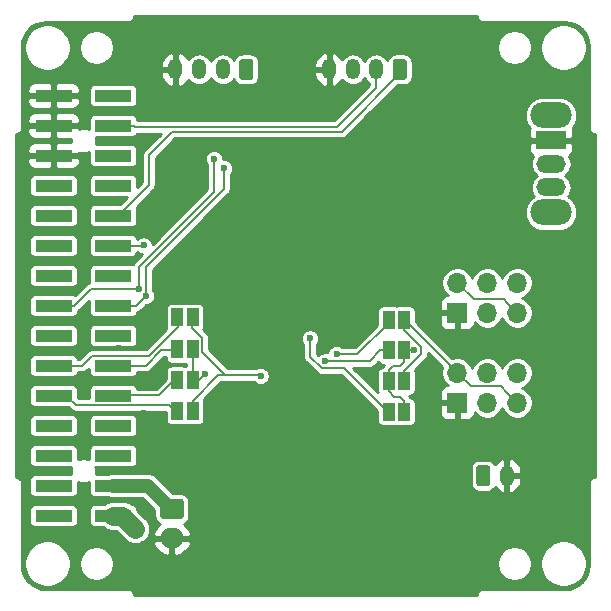
<source format=gbl>
G04 #@! TF.GenerationSoftware,KiCad,Pcbnew,5.1.5+dfsg1-2build2*
G04 #@! TF.CreationDate,2022-01-08T16:31:34+09:00*
G04 #@! TF.ProjectId,m5-pantilt,6d352d70-616e-4746-996c-742e6b696361,1*
G04 #@! TF.SameCoordinates,PX5f5e100PY5f5e100*
G04 #@! TF.FileFunction,Copper,L2,Bot*
G04 #@! TF.FilePolarity,Positive*
%FSLAX46Y46*%
G04 Gerber Fmt 4.6, Leading zero omitted, Abs format (unit mm)*
G04 Created by KiCad (PCBNEW 5.1.5+dfsg1-2build2) date 2022-01-08 16:31:34*
%MOMM*%
%LPD*%
G04 APERTURE LIST*
%ADD10R,1.700000X1.700000*%
%ADD11O,1.700000X1.700000*%
%ADD12O,1.200000X1.750000*%
%ADD13C,0.152000*%
%ADD14R,3.150000X1.000000*%
%ADD15R,1.000000X1.500000*%
%ADD16O,2.000000X1.700000*%
%ADD17O,3.500000X2.200000*%
%ADD18O,2.500000X1.500000*%
%ADD19R,2.500000X1.500000*%
%ADD20C,0.600000*%
%ADD21C,1.200000*%
%ADD22C,0.200000*%
%ADD23C,1.600000*%
%ADD24C,0.254000*%
G04 APERTURE END LIST*
D10*
X37846000Y16764000D03*
D11*
X37846000Y19304000D03*
X40386000Y16764000D03*
X40386000Y19304000D03*
X42926000Y16764000D03*
X42926000Y19304000D03*
D12*
X27000000Y45000000D03*
X29000000Y45000000D03*
X31000000Y45000000D03*
G04 #@! TA.AperFunction,ComponentPad*
D13*
G36*
X33374505Y45873796D02*
G01*
X33398773Y45870196D01*
X33422572Y45864235D01*
X33445671Y45855970D01*
X33467850Y45845480D01*
X33488893Y45832868D01*
X33508599Y45818253D01*
X33526777Y45801777D01*
X33543253Y45783599D01*
X33557868Y45763893D01*
X33570480Y45742850D01*
X33580970Y45720671D01*
X33589235Y45697572D01*
X33595196Y45673773D01*
X33598796Y45649505D01*
X33600000Y45625001D01*
X33600000Y44374999D01*
X33598796Y44350495D01*
X33595196Y44326227D01*
X33589235Y44302428D01*
X33580970Y44279329D01*
X33570480Y44257150D01*
X33557868Y44236107D01*
X33543253Y44216401D01*
X33526777Y44198223D01*
X33508599Y44181747D01*
X33488893Y44167132D01*
X33467850Y44154520D01*
X33445671Y44144030D01*
X33422572Y44135765D01*
X33398773Y44129804D01*
X33374505Y44126204D01*
X33350001Y44125000D01*
X32649999Y44125000D01*
X32625495Y44126204D01*
X32601227Y44129804D01*
X32577428Y44135765D01*
X32554329Y44144030D01*
X32532150Y44154520D01*
X32511107Y44167132D01*
X32491401Y44181747D01*
X32473223Y44198223D01*
X32456747Y44216401D01*
X32442132Y44236107D01*
X32429520Y44257150D01*
X32419030Y44279329D01*
X32410765Y44302428D01*
X32404804Y44326227D01*
X32401204Y44350495D01*
X32400000Y44374999D01*
X32400000Y45625001D01*
X32401204Y45649505D01*
X32404804Y45673773D01*
X32410765Y45697572D01*
X32419030Y45720671D01*
X32429520Y45742850D01*
X32442132Y45763893D01*
X32456747Y45783599D01*
X32473223Y45801777D01*
X32491401Y45818253D01*
X32511107Y45832868D01*
X32532150Y45845480D01*
X32554329Y45855970D01*
X32577428Y45864235D01*
X32601227Y45870196D01*
X32625495Y45873796D01*
X32649999Y45875000D01*
X33350001Y45875000D01*
X33374505Y45873796D01*
G37*
G04 #@! TD.AperFunction*
D14*
X3675000Y7220000D03*
X8725000Y7220000D03*
X3675000Y9760000D03*
X8725000Y9760000D03*
X3675000Y12300000D03*
X8725000Y12300000D03*
X3675000Y14840000D03*
X8725000Y14840000D03*
X3675000Y17380000D03*
X8725000Y17380000D03*
X3675000Y19920000D03*
X8725000Y19920000D03*
X3675000Y22460000D03*
X8725000Y22460000D03*
X3675000Y25000000D03*
X8725000Y25000000D03*
X3675000Y27540000D03*
X8725000Y27540000D03*
X3675000Y30080000D03*
X8725000Y30080000D03*
X3675000Y32620000D03*
X8725000Y32620000D03*
X3675000Y35160000D03*
X8725000Y35160000D03*
X3675000Y37700000D03*
X8725000Y37700000D03*
X3675000Y40240000D03*
X8725000Y40240000D03*
X3675000Y42780000D03*
X8725000Y42780000D03*
D10*
X37846000Y24384000D03*
D11*
X37846000Y26924000D03*
X40386000Y24384000D03*
X40386000Y26924000D03*
X42926000Y24384000D03*
X42926000Y26924000D03*
G04 #@! TA.AperFunction,ComponentPad*
D13*
G36*
X40434505Y11473796D02*
G01*
X40458773Y11470196D01*
X40482572Y11464235D01*
X40505671Y11455970D01*
X40527850Y11445480D01*
X40548893Y11432868D01*
X40568599Y11418253D01*
X40586777Y11401777D01*
X40603253Y11383599D01*
X40617868Y11363893D01*
X40630480Y11342850D01*
X40640970Y11320671D01*
X40649235Y11297572D01*
X40655196Y11273773D01*
X40658796Y11249505D01*
X40660000Y11225001D01*
X40660000Y9974999D01*
X40658796Y9950495D01*
X40655196Y9926227D01*
X40649235Y9902428D01*
X40640970Y9879329D01*
X40630480Y9857150D01*
X40617868Y9836107D01*
X40603253Y9816401D01*
X40586777Y9798223D01*
X40568599Y9781747D01*
X40548893Y9767132D01*
X40527850Y9754520D01*
X40505671Y9744030D01*
X40482572Y9735765D01*
X40458773Y9729804D01*
X40434505Y9726204D01*
X40410001Y9725000D01*
X39709999Y9725000D01*
X39685495Y9726204D01*
X39661227Y9729804D01*
X39637428Y9735765D01*
X39614329Y9744030D01*
X39592150Y9754520D01*
X39571107Y9767132D01*
X39551401Y9781747D01*
X39533223Y9798223D01*
X39516747Y9816401D01*
X39502132Y9836107D01*
X39489520Y9857150D01*
X39479030Y9879329D01*
X39470765Y9902428D01*
X39464804Y9926227D01*
X39461204Y9950495D01*
X39460000Y9974999D01*
X39460000Y11225001D01*
X39461204Y11249505D01*
X39464804Y11273773D01*
X39470765Y11297572D01*
X39479030Y11320671D01*
X39489520Y11342850D01*
X39502132Y11363893D01*
X39516747Y11383599D01*
X39533223Y11401777D01*
X39551401Y11418253D01*
X39571107Y11432868D01*
X39592150Y11445480D01*
X39614329Y11455970D01*
X39637428Y11464235D01*
X39661227Y11470196D01*
X39685495Y11473796D01*
X39709999Y11475000D01*
X40410001Y11475000D01*
X40434505Y11473796D01*
G37*
G04 #@! TD.AperFunction*
D12*
X42060000Y10600000D03*
G04 #@! TA.AperFunction,ComponentPad*
D13*
G36*
X20374505Y45873796D02*
G01*
X20398773Y45870196D01*
X20422572Y45864235D01*
X20445671Y45855970D01*
X20467850Y45845480D01*
X20488893Y45832868D01*
X20508599Y45818253D01*
X20526777Y45801777D01*
X20543253Y45783599D01*
X20557868Y45763893D01*
X20570480Y45742850D01*
X20580970Y45720671D01*
X20589235Y45697572D01*
X20595196Y45673773D01*
X20598796Y45649505D01*
X20600000Y45625001D01*
X20600000Y44374999D01*
X20598796Y44350495D01*
X20595196Y44326227D01*
X20589235Y44302428D01*
X20580970Y44279329D01*
X20570480Y44257150D01*
X20557868Y44236107D01*
X20543253Y44216401D01*
X20526777Y44198223D01*
X20508599Y44181747D01*
X20488893Y44167132D01*
X20467850Y44154520D01*
X20445671Y44144030D01*
X20422572Y44135765D01*
X20398773Y44129804D01*
X20374505Y44126204D01*
X20350001Y44125000D01*
X19649999Y44125000D01*
X19625495Y44126204D01*
X19601227Y44129804D01*
X19577428Y44135765D01*
X19554329Y44144030D01*
X19532150Y44154520D01*
X19511107Y44167132D01*
X19491401Y44181747D01*
X19473223Y44198223D01*
X19456747Y44216401D01*
X19442132Y44236107D01*
X19429520Y44257150D01*
X19419030Y44279329D01*
X19410765Y44302428D01*
X19404804Y44326227D01*
X19401204Y44350495D01*
X19400000Y44374999D01*
X19400000Y45625001D01*
X19401204Y45649505D01*
X19404804Y45673773D01*
X19410765Y45697572D01*
X19419030Y45720671D01*
X19429520Y45742850D01*
X19442132Y45763893D01*
X19456747Y45783599D01*
X19473223Y45801777D01*
X19491401Y45818253D01*
X19511107Y45832868D01*
X19532150Y45845480D01*
X19554329Y45855970D01*
X19577428Y45864235D01*
X19601227Y45870196D01*
X19625495Y45873796D01*
X19649999Y45875000D01*
X20350001Y45875000D01*
X20374505Y45873796D01*
G37*
G04 #@! TD.AperFunction*
D12*
X18000000Y45000000D03*
X16000000Y45000000D03*
X14000000Y45000000D03*
D15*
X32050000Y23800000D03*
X33350000Y23800000D03*
X33350000Y21200000D03*
X32050000Y21200000D03*
X32050000Y18600000D03*
X33350000Y18600000D03*
X33350000Y16000000D03*
X32050000Y16000000D03*
X15450000Y21300000D03*
X14150000Y21300000D03*
X14150000Y18700000D03*
X15450000Y18700000D03*
X14150000Y24000000D03*
X15450000Y24000000D03*
X15450000Y16100000D03*
X14150000Y16100000D03*
G04 #@! TA.AperFunction,ComponentPad*
D13*
G36*
X14474504Y8648796D02*
G01*
X14498773Y8645196D01*
X14522571Y8639235D01*
X14545671Y8630970D01*
X14567849Y8620480D01*
X14588893Y8607867D01*
X14608598Y8593253D01*
X14626777Y8576777D01*
X14643253Y8558598D01*
X14657867Y8538893D01*
X14670480Y8517849D01*
X14680970Y8495671D01*
X14689235Y8472571D01*
X14695196Y8448773D01*
X14698796Y8424504D01*
X14700000Y8400000D01*
X14700000Y7200000D01*
X14698796Y7175496D01*
X14695196Y7151227D01*
X14689235Y7127429D01*
X14680970Y7104329D01*
X14670480Y7082151D01*
X14657867Y7061107D01*
X14643253Y7041402D01*
X14626777Y7023223D01*
X14608598Y7006747D01*
X14588893Y6992133D01*
X14567849Y6979520D01*
X14545671Y6969030D01*
X14522571Y6960765D01*
X14498773Y6954804D01*
X14474504Y6951204D01*
X14450000Y6950000D01*
X12950000Y6950000D01*
X12925496Y6951204D01*
X12901227Y6954804D01*
X12877429Y6960765D01*
X12854329Y6969030D01*
X12832151Y6979520D01*
X12811107Y6992133D01*
X12791402Y7006747D01*
X12773223Y7023223D01*
X12756747Y7041402D01*
X12742133Y7061107D01*
X12729520Y7082151D01*
X12719030Y7104329D01*
X12710765Y7127429D01*
X12704804Y7151227D01*
X12701204Y7175496D01*
X12700000Y7200000D01*
X12700000Y8400000D01*
X12701204Y8424504D01*
X12704804Y8448773D01*
X12710765Y8472571D01*
X12719030Y8495671D01*
X12729520Y8517849D01*
X12742133Y8538893D01*
X12756747Y8558598D01*
X12773223Y8576777D01*
X12791402Y8593253D01*
X12811107Y8607867D01*
X12832151Y8620480D01*
X12854329Y8630970D01*
X12877429Y8639235D01*
X12901227Y8645196D01*
X12925496Y8648796D01*
X12950000Y8650000D01*
X14450000Y8650000D01*
X14474504Y8648796D01*
G37*
G04 #@! TD.AperFunction*
D16*
X13700000Y5300000D03*
D17*
X45800000Y32900000D03*
X45800000Y41100000D03*
D18*
X45800000Y35000000D03*
X45800000Y37000000D03*
D19*
X45800000Y39000000D03*
D20*
X23495000Y24765000D03*
X39000000Y49000000D03*
X34000000Y49000000D03*
X29000000Y49000000D03*
X24000000Y49000000D03*
X19000000Y49000000D03*
X14000000Y49000000D03*
X8000000Y48500000D03*
X1500000Y45000000D03*
X48500000Y44500000D03*
X42000000Y48500000D03*
X1000000Y39000000D03*
X1000000Y34000000D03*
X1000000Y29000000D03*
X1000000Y24000000D03*
X1000000Y19000000D03*
X1000000Y14000000D03*
X1000000Y11000000D03*
X1500000Y5000000D03*
X8000000Y1500000D03*
X11000000Y1000000D03*
X16000000Y1000000D03*
X21000000Y1000000D03*
X26000000Y1000000D03*
X31000000Y1000000D03*
X36000000Y1000000D03*
X42000000Y1500000D03*
X48500000Y5500000D03*
X49000000Y11000000D03*
X49000000Y16000000D03*
X49000000Y21000000D03*
X49000000Y26000000D03*
X49000000Y32000000D03*
X49000000Y37000000D03*
X30000000Y43750000D03*
X11023600Y33274000D03*
X27400000Y16200000D03*
X27600000Y27000000D03*
X30429200Y28676600D03*
X30480000Y5232400D03*
X9000000Y5400000D03*
X43332400Y37846000D03*
X43840400Y29921200D03*
X27635200Y35001200D03*
X19100800Y38735000D03*
X27051000Y38735000D03*
X27051000Y41148000D03*
X19100800Y41097200D03*
X14833600Y41275000D03*
X16100000Y34800000D03*
X13335000Y37998400D03*
X21234400Y21640800D03*
X19380200Y36550600D03*
X25019000Y33782000D03*
X27686000Y31242000D03*
X12065000Y39243000D03*
X9144000Y33909000D03*
X10922000Y35687000D03*
X30378400Y15290800D03*
X42700000Y22800000D03*
X46228000Y22860000D03*
X45872400Y11988800D03*
X30276800Y23266400D03*
X30276800Y36372800D03*
X26800000Y22000000D03*
X21000000Y25095200D03*
X16400000Y27800000D03*
X12547600Y31191200D03*
X6248400Y24434800D03*
X11328400Y11023600D03*
X18338800Y28702000D03*
X7772400Y38938200D03*
X7823200Y10998200D03*
X4622800Y11023600D03*
X35900000Y15200000D03*
X46228000Y16764000D03*
X27500000Y18415000D03*
X30400000Y19400000D03*
X9600000Y23700000D03*
X11300000Y15900000D03*
X9200000Y21400000D03*
X10800000Y29200000D03*
X13900000Y29200000D03*
X15600000Y7200000D03*
X12000000Y7500000D03*
X18387800Y23521800D03*
X36677600Y12293600D03*
X27800000Y12400000D03*
X27584400Y4114800D03*
X21600000Y30400000D03*
X21600000Y10600000D03*
X12852400Y20066000D03*
X6197600Y17678400D03*
X39725600Y12242800D03*
X37439600Y7010400D03*
X11300000Y30100000D03*
X18084800Y36626798D03*
X11499998Y25800000D03*
X17272000Y37439600D03*
X10887845Y26414586D03*
X16500000Y19200006D03*
X34175724Y21275733D03*
X26670000Y20278800D03*
X21209000Y19050000D03*
X10600000Y6074002D03*
X27635200Y20900004D03*
X25400036Y22225000D03*
D21*
X11640000Y9760000D02*
X13700000Y7700000D01*
X8725000Y9760000D02*
X11640000Y9760000D01*
D22*
X10608000Y40132000D02*
X10500000Y40240000D01*
X27699788Y40132000D02*
X10608000Y40132000D01*
X31000000Y43432212D02*
X27699788Y40132000D01*
X10500000Y40240000D02*
X8725000Y40240000D01*
X31000000Y45000000D02*
X31000000Y43432212D01*
X9150400Y32620000D02*
X8725000Y32620000D01*
X11734800Y35204400D02*
X9150400Y32620000D01*
X11734800Y37719000D02*
X11734800Y35204400D01*
X13747789Y39731989D02*
X11734800Y37719000D01*
X28073489Y39731989D02*
X13747789Y39731989D01*
X33000000Y44658500D02*
X28073489Y39731989D01*
X33000000Y45000000D02*
X33000000Y44658500D01*
X11280000Y30080000D02*
X11300000Y30100000D01*
X8725000Y30080000D02*
X11280000Y30080000D01*
X18084800Y36626798D02*
X18084800Y34863101D01*
X11199999Y25500001D02*
X11499998Y25800000D01*
X11499998Y28278299D02*
X11499998Y26224264D01*
X18084800Y34863101D02*
X11499998Y28278299D01*
X11499998Y26224264D02*
X11499998Y25800000D01*
X10699998Y25000000D02*
X11199999Y25500001D01*
X8725000Y25000000D02*
X10699998Y25000000D01*
X3675000Y25000000D02*
X5450000Y25000000D01*
X5450000Y25000000D02*
X6864586Y26414586D01*
X10887845Y26838850D02*
X10887845Y26414586D01*
X10463581Y26414586D02*
X10887845Y26414586D01*
X6864586Y26414586D02*
X10463581Y26414586D01*
X17272000Y34616001D02*
X10887845Y28231846D01*
X10887845Y28231846D02*
X10887845Y26838850D01*
X17272000Y37439600D02*
X17272000Y34616001D01*
X42076001Y17613999D02*
X42926000Y16764000D01*
X38996001Y18153999D02*
X41536001Y18153999D01*
X37846000Y19304000D02*
X38996001Y18153999D01*
X41536001Y18153999D02*
X42076001Y17613999D01*
X33350000Y22950000D02*
X33350000Y23800000D01*
X34800000Y21500000D02*
X33350000Y22950000D01*
X34800000Y20900000D02*
X34800000Y21500000D01*
X33350000Y18600000D02*
X33350000Y19450000D01*
X33350000Y19450000D02*
X34800000Y20900000D01*
X37846000Y19354000D02*
X37846000Y19304000D01*
X33350000Y23800000D02*
X33400000Y23800000D01*
X33400000Y23800000D02*
X37846000Y19354000D01*
X15450000Y21050000D02*
X15450000Y18700000D01*
X15600000Y21200000D02*
X15450000Y21050000D01*
X15500000Y21300000D02*
X15600000Y21200000D01*
X15450000Y21300000D02*
X15500000Y21300000D01*
X16200001Y18900007D02*
X16500000Y19200006D01*
X15350000Y18700000D02*
X15999994Y18700000D01*
X15999994Y18700000D02*
X16200001Y18900007D01*
X41775999Y25534001D02*
X42076001Y25233999D01*
X37846000Y26924000D02*
X39235999Y25534001D01*
X42076001Y25233999D02*
X42926000Y24384000D01*
X39235999Y25534001D02*
X41775999Y25534001D01*
X32050000Y18750000D02*
X32050000Y18500000D01*
X33350000Y16950000D02*
X33350000Y16000000D01*
X33000000Y17300000D02*
X33350000Y16950000D01*
X32500000Y17300000D02*
X33000000Y17300000D01*
X32050000Y18600000D02*
X32050000Y17750000D01*
X32050000Y17750000D02*
X32500000Y17300000D01*
X33350000Y20250000D02*
X33000000Y19900000D01*
X33350000Y21200000D02*
X33350000Y20250000D01*
X32050000Y19550000D02*
X32050000Y18600000D01*
X32400000Y19900000D02*
X32050000Y19550000D01*
X33000000Y19900000D02*
X32400000Y19900000D01*
X34099991Y21200000D02*
X34175724Y21275733D01*
X33350000Y21200000D02*
X34099991Y21200000D01*
X31350000Y21200000D02*
X32050000Y21200000D01*
X26670000Y20278800D02*
X30428800Y20278800D01*
X30428800Y20278800D02*
X31350000Y21200000D01*
X21209000Y19050000D02*
X21159000Y19100000D01*
X15450000Y16950000D02*
X15450000Y16100000D01*
X17600000Y19100000D02*
X15450000Y16950000D01*
X18200000Y19100000D02*
X17600000Y19100000D01*
X18200000Y19100000D02*
X21159000Y19100000D01*
X16250001Y21049999D02*
X18200000Y19100000D01*
X16250001Y22290001D02*
X16250001Y21049999D01*
X15700000Y22800000D02*
X15740002Y22800000D01*
X15400000Y23100000D02*
X15700000Y22800000D01*
X15740002Y22800000D02*
X16250001Y22290001D01*
X15400000Y24000000D02*
X15400000Y23100000D01*
D23*
X9485802Y7188200D02*
X10600000Y6074002D01*
X8737600Y7188200D02*
X9485802Y7188200D01*
X10600000Y6074002D02*
X10600000Y6074002D01*
X10600000Y6074002D02*
X10600000Y6074002D01*
D22*
X32050000Y23550000D02*
X29400004Y20900004D01*
X29400004Y20900004D02*
X28059464Y20900004D01*
X32050000Y23800000D02*
X32050000Y23550000D01*
X28059464Y20900004D02*
X27635200Y20900004D01*
X26381999Y19678799D02*
X25400036Y20660762D01*
X25400036Y20660762D02*
X25400036Y21800736D01*
X25400036Y21800736D02*
X25400036Y22225000D01*
X32050000Y15900000D02*
X28271201Y19678799D01*
X28271201Y19678799D02*
X26381999Y19678799D01*
X14050000Y15784300D02*
X14050000Y16100000D01*
X13420001Y16579999D02*
X14000000Y16000000D01*
X5550001Y16579999D02*
X13420001Y16579999D01*
X4750000Y17380000D02*
X5550001Y16579999D01*
X3675000Y17380000D02*
X4750000Y17380000D01*
X13900000Y18700000D02*
X12600000Y17400000D01*
X14050000Y18700000D02*
X13900000Y18700000D01*
X8745000Y17400000D02*
X8725000Y17380000D01*
X12600000Y17400000D02*
X8745000Y17400000D01*
X5450000Y19920000D02*
X3675000Y19920000D01*
X6909999Y20720001D02*
X6109998Y19920000D01*
X11720001Y20720001D02*
X6909999Y20720001D01*
X14200000Y23200000D02*
X11720001Y20720001D01*
X6109998Y19920000D02*
X5450000Y19920000D01*
X14200000Y24000000D02*
X14200000Y23200000D01*
X12800000Y21200000D02*
X14000000Y21200000D01*
X11520000Y19920000D02*
X12800000Y21200000D01*
X8725000Y19920000D02*
X11520000Y19920000D01*
D24*
G36*
X39505264Y49401591D02*
G01*
X39533969Y49306964D01*
X39580583Y49219755D01*
X39643316Y49143316D01*
X39719755Y49080583D01*
X39806964Y49033969D01*
X39901591Y49005264D01*
X39975347Y48998000D01*
X40000000Y48995572D01*
X40024653Y48998000D01*
X46975450Y48998000D01*
X47387613Y48957587D01*
X47760459Y48845018D01*
X48104347Y48662170D01*
X48406165Y48416013D01*
X48654423Y48115919D01*
X48839663Y47773323D01*
X48954833Y47401269D01*
X48998000Y46990564D01*
X48998001Y40024663D01*
X48995572Y40000000D01*
X49005264Y39901591D01*
X49033969Y39806964D01*
X49080583Y39719755D01*
X49143316Y39643316D01*
X49219755Y39580583D01*
X49306964Y39533969D01*
X49401591Y39505264D01*
X49475347Y39498000D01*
X49498000Y39495769D01*
X49498001Y10504231D01*
X49475347Y10502000D01*
X49401591Y10494736D01*
X49306964Y10466031D01*
X49219755Y10419417D01*
X49143316Y10356684D01*
X49080583Y10280245D01*
X49033969Y10193036D01*
X49005264Y10098409D01*
X48995572Y10000000D01*
X48998001Y9975337D01*
X48998000Y3024551D01*
X48957587Y2612386D01*
X48845018Y2239538D01*
X48662170Y1895654D01*
X48416015Y1593837D01*
X48115922Y1345579D01*
X47773326Y1160338D01*
X47401269Y1045167D01*
X46990564Y1002000D01*
X40024653Y1002000D01*
X40000000Y1004428D01*
X39975347Y1002000D01*
X39901591Y994736D01*
X39806964Y966031D01*
X39719755Y919417D01*
X39643316Y856684D01*
X39580583Y780245D01*
X39533969Y693036D01*
X39505264Y598409D01*
X39495769Y502000D01*
X10504231Y502000D01*
X10494736Y598409D01*
X10466031Y693036D01*
X10419417Y780245D01*
X10356684Y856684D01*
X10280245Y919417D01*
X10193036Y966031D01*
X10098409Y994736D01*
X10024653Y1002000D01*
X10000000Y1004428D01*
X9975347Y1002000D01*
X3024551Y1002000D01*
X2612386Y1042413D01*
X2239538Y1154982D01*
X1895654Y1337830D01*
X1593837Y1583985D01*
X1345579Y1884078D01*
X1160338Y2226674D01*
X1045167Y2598731D01*
X1002000Y3009436D01*
X1002000Y3344718D01*
X1173000Y3344718D01*
X1173000Y2955282D01*
X1248975Y2573330D01*
X1398005Y2213539D01*
X1614364Y1889736D01*
X1889736Y1614364D01*
X2213539Y1398005D01*
X2573330Y1248975D01*
X2955282Y1173000D01*
X3344718Y1173000D01*
X3726670Y1248975D01*
X4086461Y1398005D01*
X4410264Y1614364D01*
X4685636Y1889736D01*
X4901995Y2213539D01*
X5051025Y2573330D01*
X5127000Y2955282D01*
X5127000Y3295472D01*
X5823000Y3295472D01*
X5823000Y3004528D01*
X5879760Y2719175D01*
X5991099Y2450378D01*
X6152739Y2208467D01*
X6358467Y2002739D01*
X6600378Y1841099D01*
X6869175Y1729760D01*
X7154528Y1673000D01*
X7445472Y1673000D01*
X7730825Y1729760D01*
X7999622Y1841099D01*
X8241533Y2002739D01*
X8447261Y2208467D01*
X8608901Y2450378D01*
X8720240Y2719175D01*
X8777000Y3004528D01*
X8777000Y3295472D01*
X41223000Y3295472D01*
X41223000Y3004528D01*
X41279760Y2719175D01*
X41391099Y2450378D01*
X41552739Y2208467D01*
X41758467Y2002739D01*
X42000378Y1841099D01*
X42269175Y1729760D01*
X42554528Y1673000D01*
X42845472Y1673000D01*
X43130825Y1729760D01*
X43399622Y1841099D01*
X43641533Y2002739D01*
X43847261Y2208467D01*
X44008901Y2450378D01*
X44120240Y2719175D01*
X44177000Y3004528D01*
X44177000Y3295472D01*
X44167205Y3344718D01*
X44873000Y3344718D01*
X44873000Y2955282D01*
X44948975Y2573330D01*
X45098005Y2213539D01*
X45314364Y1889736D01*
X45589736Y1614364D01*
X45913539Y1398005D01*
X46273330Y1248975D01*
X46655282Y1173000D01*
X47044718Y1173000D01*
X47426670Y1248975D01*
X47786461Y1398005D01*
X48110264Y1614364D01*
X48385636Y1889736D01*
X48601995Y2213539D01*
X48751025Y2573330D01*
X48827000Y2955282D01*
X48827000Y3344718D01*
X48751025Y3726670D01*
X48601995Y4086461D01*
X48385636Y4410264D01*
X48110264Y4685636D01*
X47786461Y4901995D01*
X47426670Y5051025D01*
X47044718Y5127000D01*
X46655282Y5127000D01*
X46273330Y5051025D01*
X45913539Y4901995D01*
X45589736Y4685636D01*
X45314364Y4410264D01*
X45098005Y4086461D01*
X44948975Y3726670D01*
X44873000Y3344718D01*
X44167205Y3344718D01*
X44120240Y3580825D01*
X44008901Y3849622D01*
X43847261Y4091533D01*
X43641533Y4297261D01*
X43399622Y4458901D01*
X43130825Y4570240D01*
X42845472Y4627000D01*
X42554528Y4627000D01*
X42269175Y4570240D01*
X42000378Y4458901D01*
X41758467Y4297261D01*
X41552739Y4091533D01*
X41391099Y3849622D01*
X41279760Y3580825D01*
X41223000Y3295472D01*
X8777000Y3295472D01*
X8720240Y3580825D01*
X8608901Y3849622D01*
X8447261Y4091533D01*
X8241533Y4297261D01*
X7999622Y4458901D01*
X7730825Y4570240D01*
X7445472Y4627000D01*
X7154528Y4627000D01*
X6869175Y4570240D01*
X6600378Y4458901D01*
X6358467Y4297261D01*
X6152739Y4091533D01*
X5991099Y3849622D01*
X5879760Y3580825D01*
X5823000Y3295472D01*
X5127000Y3295472D01*
X5127000Y3344718D01*
X5051025Y3726670D01*
X4901995Y4086461D01*
X4685636Y4410264D01*
X4410264Y4685636D01*
X4086461Y4901995D01*
X3726670Y5051025D01*
X3344718Y5127000D01*
X2955282Y5127000D01*
X2573330Y5051025D01*
X2213539Y4901995D01*
X1889736Y4685636D01*
X1614364Y4410264D01*
X1398005Y4086461D01*
X1248975Y3726670D01*
X1173000Y3344718D01*
X1002000Y3344718D01*
X1002000Y7720000D01*
X1620693Y7720000D01*
X1620693Y6720000D01*
X1629903Y6626492D01*
X1657178Y6536577D01*
X1701471Y6453711D01*
X1761079Y6381079D01*
X1833711Y6321471D01*
X1916577Y6277178D01*
X2006492Y6249903D01*
X2100000Y6240693D01*
X5250000Y6240693D01*
X5343508Y6249903D01*
X5433423Y6277178D01*
X5516289Y6321471D01*
X5588921Y6381079D01*
X5648529Y6453711D01*
X5692822Y6536577D01*
X5720097Y6626492D01*
X5729307Y6720000D01*
X5729307Y7720000D01*
X6670693Y7720000D01*
X6670693Y6720000D01*
X6679903Y6626492D01*
X6707178Y6536577D01*
X6751471Y6453711D01*
X6811079Y6381079D01*
X6883711Y6321471D01*
X6966577Y6277178D01*
X7056492Y6249903D01*
X7150000Y6240693D01*
X7879195Y6240693D01*
X8024704Y6121276D01*
X8246549Y6002698D01*
X8487264Y5929678D01*
X8674874Y5911200D01*
X8956852Y5911200D01*
X9652669Y5215382D01*
X9692656Y5166658D01*
X9887104Y5007078D01*
X10108949Y4888500D01*
X10349664Y4815480D01*
X10600000Y4790824D01*
X10662726Y4797002D01*
X10850336Y4815480D01*
X11091051Y4888500D01*
X11193219Y4943110D01*
X12108524Y4943110D01*
X12110446Y4930739D01*
X12210146Y4656991D01*
X12361336Y4407954D01*
X12558205Y4193198D01*
X12793188Y4020975D01*
X13057255Y3897904D01*
X13340258Y3828715D01*
X13573000Y3972768D01*
X13573000Y5173000D01*
X13827000Y5173000D01*
X13827000Y3972768D01*
X14059742Y3828715D01*
X14342745Y3897904D01*
X14606812Y4020975D01*
X14841795Y4193198D01*
X15038664Y4407954D01*
X15189854Y4656991D01*
X15289554Y4930739D01*
X15291476Y4943110D01*
X15170155Y5173000D01*
X13827000Y5173000D01*
X13573000Y5173000D01*
X12229845Y5173000D01*
X12108524Y4943110D01*
X11193219Y4943110D01*
X11312896Y5007078D01*
X11507344Y5166658D01*
X11666924Y5361106D01*
X11785502Y5582951D01*
X11858522Y5823666D01*
X11883178Y6074002D01*
X11858522Y6324338D01*
X11785502Y6565053D01*
X11666924Y6786898D01*
X11507344Y6981346D01*
X11458620Y7021333D01*
X10779307Y7700645D01*
X10779307Y7720000D01*
X10770097Y7813508D01*
X10742822Y7903423D01*
X10698529Y7986289D01*
X10638921Y8058921D01*
X10566289Y8118529D01*
X10483423Y8162822D01*
X10393508Y8190097D01*
X10300000Y8199307D01*
X10266711Y8199307D01*
X10198698Y8255124D01*
X9976853Y8373702D01*
X9736138Y8446722D01*
X9548528Y8465200D01*
X9485802Y8471378D01*
X9423076Y8465200D01*
X8674874Y8465200D01*
X8487264Y8446722D01*
X8246549Y8373702D01*
X8024704Y8255124D01*
X7956691Y8199307D01*
X7150000Y8199307D01*
X7056492Y8190097D01*
X6966577Y8162822D01*
X6883711Y8118529D01*
X6811079Y8058921D01*
X6751471Y7986289D01*
X6707178Y7903423D01*
X6679903Y7813508D01*
X6670693Y7720000D01*
X5729307Y7720000D01*
X5720097Y7813508D01*
X5692822Y7903423D01*
X5648529Y7986289D01*
X5588921Y8058921D01*
X5516289Y8118529D01*
X5433423Y8162822D01*
X5343508Y8190097D01*
X5250000Y8199307D01*
X2100000Y8199307D01*
X2006492Y8190097D01*
X1916577Y8162822D01*
X1833711Y8118529D01*
X1761079Y8058921D01*
X1701471Y7986289D01*
X1657178Y7903423D01*
X1629903Y7813508D01*
X1620693Y7720000D01*
X1002000Y7720000D01*
X1002000Y9975348D01*
X1004428Y10000000D01*
X994736Y10098409D01*
X966031Y10193036D01*
X919417Y10280245D01*
X856684Y10356684D01*
X780245Y10419417D01*
X693036Y10466031D01*
X598409Y10494736D01*
X524653Y10502000D01*
X502000Y10504231D01*
X502000Y12800000D01*
X1620693Y12800000D01*
X1620693Y11800000D01*
X1629903Y11706492D01*
X1657178Y11616577D01*
X1701471Y11533711D01*
X1761079Y11461079D01*
X1833711Y11401471D01*
X1916577Y11357178D01*
X2006492Y11329903D01*
X2100000Y11320693D01*
X5171357Y11320693D01*
X5133162Y11128674D01*
X5133162Y10918526D01*
X5168811Y10739307D01*
X2100000Y10739307D01*
X2006492Y10730097D01*
X1916577Y10702822D01*
X1833711Y10658529D01*
X1761079Y10598921D01*
X1701471Y10526289D01*
X1657178Y10443423D01*
X1629903Y10353508D01*
X1620693Y10260000D01*
X1620693Y9260000D01*
X1629903Y9166492D01*
X1657178Y9076577D01*
X1701471Y8993711D01*
X1761079Y8921079D01*
X1833711Y8861471D01*
X1916577Y8817178D01*
X2006492Y8789903D01*
X2100000Y8780693D01*
X5250000Y8780693D01*
X5343508Y8789903D01*
X5433423Y8817178D01*
X5516289Y8861471D01*
X5588921Y8921079D01*
X5648529Y8993711D01*
X5692822Y9076577D01*
X5720097Y9166492D01*
X5729307Y9260000D01*
X5729307Y10063830D01*
X5888815Y9997760D01*
X6094926Y9956762D01*
X6305074Y9956762D01*
X6511185Y9997760D01*
X6670693Y10063830D01*
X6670693Y9260000D01*
X6679903Y9166492D01*
X6707178Y9076577D01*
X6751471Y8993711D01*
X6811079Y8921079D01*
X6883711Y8861471D01*
X6966577Y8817178D01*
X7056492Y8789903D01*
X7150000Y8780693D01*
X8272455Y8780693D01*
X8310856Y8760167D01*
X8513871Y8698583D01*
X8672091Y8683000D01*
X11193893Y8683000D01*
X12220693Y7656199D01*
X12220693Y7200000D01*
X12234706Y7057719D01*
X12276208Y6920906D01*
X12343603Y6794819D01*
X12434302Y6684302D01*
X12544819Y6593603D01*
X12670906Y6526208D01*
X12706423Y6515434D01*
X12558205Y6406802D01*
X12361336Y6192046D01*
X12210146Y5943009D01*
X12110446Y5669261D01*
X12108524Y5656890D01*
X12229845Y5427000D01*
X13573000Y5427000D01*
X13573000Y5447000D01*
X13827000Y5447000D01*
X13827000Y5427000D01*
X15170155Y5427000D01*
X15291476Y5656890D01*
X15289554Y5669261D01*
X15189854Y5943009D01*
X15038664Y6192046D01*
X14841795Y6406802D01*
X14693577Y6515434D01*
X14729094Y6526208D01*
X14855181Y6593603D01*
X14965698Y6684302D01*
X15056397Y6794819D01*
X15123792Y6920906D01*
X15165294Y7057719D01*
X15179307Y7200000D01*
X15179307Y8400000D01*
X15165294Y8542281D01*
X15123792Y8679094D01*
X15056397Y8805181D01*
X14965698Y8915698D01*
X14855181Y9006397D01*
X14729094Y9073792D01*
X14592281Y9115294D01*
X14450000Y9129307D01*
X13793801Y9129307D01*
X12438973Y10484134D01*
X12405239Y10525239D01*
X12241244Y10659826D01*
X12054144Y10759833D01*
X11851129Y10821417D01*
X11692909Y10837000D01*
X11692907Y10837000D01*
X11640000Y10842211D01*
X11587093Y10837000D01*
X8672091Y10837000D01*
X8513871Y10821417D01*
X8310856Y10759833D01*
X8272455Y10739307D01*
X7231189Y10739307D01*
X7266838Y10918526D01*
X7266838Y11128674D01*
X7247678Y11225001D01*
X38980693Y11225001D01*
X38980693Y9974999D01*
X38994706Y9832718D01*
X39036208Y9695906D01*
X39103603Y9569818D01*
X39194302Y9459302D01*
X39304818Y9368603D01*
X39430906Y9301208D01*
X39567718Y9259706D01*
X39709999Y9245693D01*
X40410001Y9245693D01*
X40552282Y9259706D01*
X40689094Y9301208D01*
X40815182Y9368603D01*
X40925698Y9459302D01*
X41016397Y9569818D01*
X41044097Y9621642D01*
X41103693Y9533275D01*
X41276526Y9361922D01*
X41479467Y9227579D01*
X41704718Y9135409D01*
X41742391Y9131538D01*
X41933000Y9256269D01*
X41933000Y10473000D01*
X42187000Y10473000D01*
X42187000Y9256269D01*
X42377609Y9131538D01*
X42415282Y9135409D01*
X42640533Y9227579D01*
X42843474Y9361922D01*
X43016307Y9533275D01*
X43152390Y9735054D01*
X43246493Y9959504D01*
X43295000Y10198000D01*
X43295000Y10473000D01*
X42187000Y10473000D01*
X41933000Y10473000D01*
X41913000Y10473000D01*
X41913000Y10727000D01*
X41933000Y10727000D01*
X41933000Y11943731D01*
X42187000Y11943731D01*
X42187000Y10727000D01*
X43295000Y10727000D01*
X43295000Y11002000D01*
X43246493Y11240496D01*
X43152390Y11464946D01*
X43016307Y11666725D01*
X42843474Y11838078D01*
X42640533Y11972421D01*
X42415282Y12064591D01*
X42377609Y12068462D01*
X42187000Y11943731D01*
X41933000Y11943731D01*
X41742391Y12068462D01*
X41704718Y12064591D01*
X41479467Y11972421D01*
X41276526Y11838078D01*
X41103693Y11666725D01*
X41044097Y11578358D01*
X41016397Y11630182D01*
X40925698Y11740698D01*
X40815182Y11831397D01*
X40689094Y11898792D01*
X40552282Y11940294D01*
X40410001Y11954307D01*
X39709999Y11954307D01*
X39567718Y11940294D01*
X39430906Y11898792D01*
X39304818Y11831397D01*
X39194302Y11740698D01*
X39103603Y11630182D01*
X39036208Y11504094D01*
X38994706Y11367282D01*
X38980693Y11225001D01*
X7247678Y11225001D01*
X7228643Y11320693D01*
X10300000Y11320693D01*
X10393508Y11329903D01*
X10483423Y11357178D01*
X10566289Y11401471D01*
X10638921Y11461079D01*
X10698529Y11533711D01*
X10742822Y11616577D01*
X10770097Y11706492D01*
X10779307Y11800000D01*
X10779307Y12800000D01*
X10770097Y12893508D01*
X10742822Y12983423D01*
X10698529Y13066289D01*
X10638921Y13138921D01*
X10566289Y13198529D01*
X10483423Y13242822D01*
X10393508Y13270097D01*
X10300000Y13279307D01*
X7150000Y13279307D01*
X7056492Y13270097D01*
X6966577Y13242822D01*
X6883711Y13198529D01*
X6811079Y13138921D01*
X6751471Y13066289D01*
X6707178Y12983423D01*
X6679903Y12893508D01*
X6670693Y12800000D01*
X6670693Y11983370D01*
X6511185Y12049440D01*
X6305074Y12090438D01*
X6094926Y12090438D01*
X5888815Y12049440D01*
X5729307Y11983370D01*
X5729307Y12800000D01*
X5720097Y12893508D01*
X5692822Y12983423D01*
X5648529Y13066289D01*
X5588921Y13138921D01*
X5516289Y13198529D01*
X5433423Y13242822D01*
X5343508Y13270097D01*
X5250000Y13279307D01*
X2100000Y13279307D01*
X2006492Y13270097D01*
X1916577Y13242822D01*
X1833711Y13198529D01*
X1761079Y13138921D01*
X1701471Y13066289D01*
X1657178Y12983423D01*
X1629903Y12893508D01*
X1620693Y12800000D01*
X502000Y12800000D01*
X502000Y15340000D01*
X1620693Y15340000D01*
X1620693Y14340000D01*
X1629903Y14246492D01*
X1657178Y14156577D01*
X1701471Y14073711D01*
X1761079Y14001079D01*
X1833711Y13941471D01*
X1916577Y13897178D01*
X2006492Y13869903D01*
X2100000Y13860693D01*
X5250000Y13860693D01*
X5343508Y13869903D01*
X5433423Y13897178D01*
X5516289Y13941471D01*
X5588921Y14001079D01*
X5648529Y14073711D01*
X5692822Y14156577D01*
X5720097Y14246492D01*
X5729307Y14340000D01*
X5729307Y15340000D01*
X6670693Y15340000D01*
X6670693Y14340000D01*
X6679903Y14246492D01*
X6707178Y14156577D01*
X6751471Y14073711D01*
X6811079Y14001079D01*
X6883711Y13941471D01*
X6966577Y13897178D01*
X7056492Y13869903D01*
X7150000Y13860693D01*
X10300000Y13860693D01*
X10393508Y13869903D01*
X10483423Y13897178D01*
X10566289Y13941471D01*
X10638921Y14001079D01*
X10698529Y14073711D01*
X10742822Y14156577D01*
X10770097Y14246492D01*
X10779307Y14340000D01*
X10779307Y15340000D01*
X10770097Y15433508D01*
X10742822Y15523423D01*
X10698529Y15606289D01*
X10638921Y15678921D01*
X10566289Y15738529D01*
X10483423Y15782822D01*
X10393508Y15810097D01*
X10300000Y15819307D01*
X7150000Y15819307D01*
X7056492Y15810097D01*
X6966577Y15782822D01*
X6883711Y15738529D01*
X6811079Y15678921D01*
X6751471Y15606289D01*
X6707178Y15523423D01*
X6679903Y15433508D01*
X6670693Y15340000D01*
X5729307Y15340000D01*
X5720097Y15433508D01*
X5692822Y15523423D01*
X5648529Y15606289D01*
X5588921Y15678921D01*
X5516289Y15738529D01*
X5433423Y15782822D01*
X5343508Y15810097D01*
X5250000Y15819307D01*
X2100000Y15819307D01*
X2006492Y15810097D01*
X1916577Y15782822D01*
X1833711Y15738529D01*
X1761079Y15678921D01*
X1701471Y15606289D01*
X1657178Y15523423D01*
X1629903Y15433508D01*
X1620693Y15340000D01*
X502000Y15340000D01*
X502000Y20420000D01*
X1620693Y20420000D01*
X1620693Y19420000D01*
X1629903Y19326492D01*
X1657178Y19236577D01*
X1701471Y19153711D01*
X1761079Y19081079D01*
X1833711Y19021471D01*
X1916577Y18977178D01*
X2006492Y18949903D01*
X2100000Y18940693D01*
X5250000Y18940693D01*
X5343508Y18949903D01*
X5433423Y18977178D01*
X5516289Y19021471D01*
X5588921Y19081079D01*
X5648529Y19153711D01*
X5692822Y19236577D01*
X5720097Y19326492D01*
X5721723Y19343000D01*
X6081667Y19343000D01*
X6109998Y19340210D01*
X6138329Y19343000D01*
X6138334Y19343000D01*
X6168043Y19345926D01*
X6223109Y19351349D01*
X6267768Y19364897D01*
X6331874Y19384343D01*
X6432113Y19437921D01*
X6519972Y19510026D01*
X6538037Y19532038D01*
X6670693Y19664694D01*
X6670693Y19420000D01*
X6679903Y19326492D01*
X6707178Y19236577D01*
X6751471Y19153711D01*
X6811079Y19081079D01*
X6883711Y19021471D01*
X6966577Y18977178D01*
X7056492Y18949903D01*
X7150000Y18940693D01*
X10300000Y18940693D01*
X10393508Y18949903D01*
X10483423Y18977178D01*
X10566289Y19021471D01*
X10638921Y19081079D01*
X10698529Y19153711D01*
X10742822Y19236577D01*
X10770097Y19326492D01*
X10771723Y19343000D01*
X11491669Y19343000D01*
X11520000Y19340210D01*
X11548331Y19343000D01*
X11548336Y19343000D01*
X11578045Y19345926D01*
X11633111Y19351349D01*
X11677770Y19364897D01*
X11741876Y19384343D01*
X11842115Y19437921D01*
X11929974Y19510026D01*
X11948039Y19532038D01*
X13039001Y20623000D01*
X13170693Y20623000D01*
X13170693Y20550000D01*
X13179903Y20456492D01*
X13207178Y20366577D01*
X13251471Y20283711D01*
X13311079Y20211079D01*
X13383711Y20151471D01*
X13466577Y20107178D01*
X13556492Y20079903D01*
X13650000Y20070693D01*
X14650000Y20070693D01*
X14743508Y20079903D01*
X14800000Y20097039D01*
X14856492Y20079903D01*
X14873000Y20078277D01*
X14873000Y19921723D01*
X14856492Y19920097D01*
X14800000Y19902961D01*
X14743508Y19920097D01*
X14650000Y19929307D01*
X13650000Y19929307D01*
X13556492Y19920097D01*
X13466577Y19892822D01*
X13383711Y19848529D01*
X13311079Y19788921D01*
X13251471Y19716289D01*
X13207178Y19633423D01*
X13179903Y19543508D01*
X13170693Y19450000D01*
X13170693Y18786694D01*
X12360999Y17977000D01*
X10769038Y17977000D01*
X10742822Y18063423D01*
X10698529Y18146289D01*
X10638921Y18218921D01*
X10566289Y18278529D01*
X10483423Y18322822D01*
X10393508Y18350097D01*
X10300000Y18359307D01*
X7150000Y18359307D01*
X7056492Y18350097D01*
X6966577Y18322822D01*
X6883711Y18278529D01*
X6811079Y18218921D01*
X6751471Y18146289D01*
X6707178Y18063423D01*
X6679903Y17973508D01*
X6670693Y17880000D01*
X6670693Y17156999D01*
X5789003Y17156999D01*
X5729307Y17216695D01*
X5729307Y17880000D01*
X5720097Y17973508D01*
X5692822Y18063423D01*
X5648529Y18146289D01*
X5588921Y18218921D01*
X5516289Y18278529D01*
X5433423Y18322822D01*
X5343508Y18350097D01*
X5250000Y18359307D01*
X2100000Y18359307D01*
X2006492Y18350097D01*
X1916577Y18322822D01*
X1833711Y18278529D01*
X1761079Y18218921D01*
X1701471Y18146289D01*
X1657178Y18063423D01*
X1629903Y17973508D01*
X1620693Y17880000D01*
X1620693Y16880000D01*
X1629903Y16786492D01*
X1657178Y16696577D01*
X1701471Y16613711D01*
X1761079Y16541079D01*
X1833711Y16481471D01*
X1916577Y16437178D01*
X2006492Y16409903D01*
X2100000Y16400693D01*
X4913305Y16400693D01*
X5121966Y16192032D01*
X5140027Y16170025D01*
X5162034Y16151964D01*
X5162036Y16151962D01*
X5181981Y16135594D01*
X5227886Y16097920D01*
X5328125Y16044342D01*
X5436889Y16011349D01*
X5521665Y16002999D01*
X5521671Y16002999D01*
X5550000Y16000209D01*
X5578329Y16002999D01*
X13170693Y16002999D01*
X13170693Y15350000D01*
X13179903Y15256492D01*
X13207178Y15166577D01*
X13251471Y15083711D01*
X13311079Y15011079D01*
X13383711Y14951471D01*
X13466577Y14907178D01*
X13556492Y14879903D01*
X13650000Y14870693D01*
X14650000Y14870693D01*
X14743508Y14879903D01*
X14800000Y14897039D01*
X14856492Y14879903D01*
X14950000Y14870693D01*
X15950000Y14870693D01*
X16043508Y14879903D01*
X16133423Y14907178D01*
X16216289Y14951471D01*
X16288921Y15011079D01*
X16348529Y15083711D01*
X16392822Y15166577D01*
X16420097Y15256492D01*
X16429307Y15350000D01*
X16429307Y16850000D01*
X16420097Y16943508D01*
X16392822Y17033423D01*
X16377705Y17061704D01*
X17839002Y18523000D01*
X18171668Y18523000D01*
X18199999Y18520210D01*
X18228330Y18523000D01*
X20637155Y18523000D01*
X20713691Y18446464D01*
X20840952Y18361431D01*
X20982357Y18302859D01*
X21132472Y18273000D01*
X21285528Y18273000D01*
X21435643Y18302859D01*
X21577048Y18361431D01*
X21704309Y18446464D01*
X21812536Y18554691D01*
X21897569Y18681952D01*
X21956141Y18823357D01*
X21986000Y18973472D01*
X21986000Y19126528D01*
X21956141Y19276643D01*
X21897569Y19418048D01*
X21812536Y19545309D01*
X21704309Y19653536D01*
X21577048Y19738569D01*
X21435643Y19797141D01*
X21285528Y19827000D01*
X21132472Y19827000D01*
X20982357Y19797141D01*
X20840952Y19738569D01*
X20748807Y19677000D01*
X18439002Y19677000D01*
X16827001Y21289000D01*
X16827001Y22261662D01*
X16829792Y22290001D01*
X16828657Y22301528D01*
X24623036Y22301528D01*
X24623036Y22148472D01*
X24652895Y21998357D01*
X24711467Y21856952D01*
X24796500Y21729691D01*
X24823037Y21703154D01*
X24823036Y20689094D01*
X24820246Y20660762D01*
X24823036Y20632431D01*
X24823036Y20632427D01*
X24823177Y20631000D01*
X24831385Y20547651D01*
X24846225Y20498733D01*
X24864379Y20438887D01*
X24917957Y20338648D01*
X24990062Y20250788D01*
X25012074Y20232723D01*
X25953960Y19290837D01*
X25972025Y19268825D01*
X26059884Y19196720D01*
X26160123Y19143142D01*
X26268887Y19110149D01*
X26353663Y19101799D01*
X26353669Y19101799D01*
X26381998Y19099009D01*
X26410327Y19101799D01*
X28032200Y19101799D01*
X31070693Y16063306D01*
X31070693Y15250000D01*
X31079903Y15156492D01*
X31107178Y15066577D01*
X31151471Y14983711D01*
X31211079Y14911079D01*
X31283711Y14851471D01*
X31366577Y14807178D01*
X31456492Y14779903D01*
X31550000Y14770693D01*
X32550000Y14770693D01*
X32643508Y14779903D01*
X32700000Y14797039D01*
X32756492Y14779903D01*
X32850000Y14770693D01*
X33850000Y14770693D01*
X33943508Y14779903D01*
X34033423Y14807178D01*
X34116289Y14851471D01*
X34188921Y14911079D01*
X34248529Y14983711D01*
X34292822Y15066577D01*
X34320097Y15156492D01*
X34329307Y15250000D01*
X34329307Y15914000D01*
X36357928Y15914000D01*
X36370188Y15789518D01*
X36406498Y15669820D01*
X36465463Y15559506D01*
X36544815Y15462815D01*
X36641506Y15383463D01*
X36751820Y15324498D01*
X36871518Y15288188D01*
X36996000Y15275928D01*
X37560250Y15279000D01*
X37719000Y15437750D01*
X37719000Y16637000D01*
X36519750Y16637000D01*
X36361000Y16478250D01*
X36357928Y15914000D01*
X34329307Y15914000D01*
X34329307Y16750000D01*
X34320097Y16843508D01*
X34292822Y16933423D01*
X34248529Y17016289D01*
X34188921Y17088921D01*
X34116289Y17148529D01*
X34033423Y17192822D01*
X33943508Y17220097D01*
X33855236Y17228791D01*
X33832079Y17272115D01*
X33759974Y17359974D01*
X33746913Y17370693D01*
X33850000Y17370693D01*
X33943508Y17379903D01*
X34033423Y17407178D01*
X34116289Y17451471D01*
X34188921Y17511079D01*
X34248529Y17583711D01*
X34292822Y17666577D01*
X34320097Y17756492D01*
X34329307Y17850000D01*
X34329307Y19350000D01*
X34320097Y19443508D01*
X34292822Y19533423D01*
X34277705Y19561704D01*
X35187963Y20471962D01*
X35209974Y20490026D01*
X35282079Y20577885D01*
X35335657Y20678124D01*
X35349270Y20723000D01*
X35368651Y20786888D01*
X35379791Y20900000D01*
X35377000Y20928339D01*
X35377000Y21006999D01*
X36606002Y19777997D01*
X36569996Y19691072D01*
X36519000Y19434698D01*
X36519000Y19173302D01*
X36569996Y18916928D01*
X36670028Y18675430D01*
X36815252Y18458087D01*
X37000087Y18273252D01*
X37032079Y18251876D01*
X36996000Y18252072D01*
X36871518Y18239812D01*
X36751820Y18203502D01*
X36641506Y18144537D01*
X36544815Y18065185D01*
X36465463Y17968494D01*
X36406498Y17858180D01*
X36370188Y17738482D01*
X36357928Y17614000D01*
X36361000Y17049750D01*
X36519750Y16891000D01*
X37719000Y16891000D01*
X37719000Y16911000D01*
X37973000Y16911000D01*
X37973000Y16891000D01*
X37993000Y16891000D01*
X37993000Y16637000D01*
X37973000Y16637000D01*
X37973000Y15437750D01*
X38131750Y15279000D01*
X38696000Y15275928D01*
X38820482Y15288188D01*
X38940180Y15324498D01*
X39050494Y15383463D01*
X39147185Y15462815D01*
X39226537Y15559506D01*
X39285502Y15669820D01*
X39321812Y15789518D01*
X39334072Y15914000D01*
X39333876Y15950079D01*
X39355252Y15918087D01*
X39540087Y15733252D01*
X39757430Y15588028D01*
X39998928Y15487996D01*
X40255302Y15437000D01*
X40516698Y15437000D01*
X40773072Y15487996D01*
X41014570Y15588028D01*
X41231913Y15733252D01*
X41416748Y15918087D01*
X41561972Y16135430D01*
X41656000Y16362433D01*
X41750028Y16135430D01*
X41895252Y15918087D01*
X42080087Y15733252D01*
X42297430Y15588028D01*
X42538928Y15487996D01*
X42795302Y15437000D01*
X43056698Y15437000D01*
X43313072Y15487996D01*
X43554570Y15588028D01*
X43771913Y15733252D01*
X43956748Y15918087D01*
X44101972Y16135430D01*
X44202004Y16376928D01*
X44253000Y16633302D01*
X44253000Y16894698D01*
X44202004Y17151072D01*
X44101972Y17392570D01*
X43956748Y17609913D01*
X43771913Y17794748D01*
X43554570Y17939972D01*
X43327567Y18034000D01*
X43554570Y18128028D01*
X43771913Y18273252D01*
X43956748Y18458087D01*
X44101972Y18675430D01*
X44202004Y18916928D01*
X44253000Y19173302D01*
X44253000Y19434698D01*
X44202004Y19691072D01*
X44101972Y19932570D01*
X43956748Y20149913D01*
X43771913Y20334748D01*
X43554570Y20479972D01*
X43313072Y20580004D01*
X43056698Y20631000D01*
X42795302Y20631000D01*
X42538928Y20580004D01*
X42297430Y20479972D01*
X42080087Y20334748D01*
X41895252Y20149913D01*
X41750028Y19932570D01*
X41656000Y19705567D01*
X41561972Y19932570D01*
X41416748Y20149913D01*
X41231913Y20334748D01*
X41014570Y20479972D01*
X40773072Y20580004D01*
X40516698Y20631000D01*
X40255302Y20631000D01*
X39998928Y20580004D01*
X39757430Y20479972D01*
X39540087Y20334748D01*
X39355252Y20149913D01*
X39210028Y19932570D01*
X39116000Y19705567D01*
X39021972Y19932570D01*
X38876748Y20149913D01*
X38691913Y20334748D01*
X38474570Y20479972D01*
X38233072Y20580004D01*
X37976698Y20631000D01*
X37715302Y20631000D01*
X37458928Y20580004D01*
X37442713Y20573288D01*
X34482001Y23534000D01*
X36357928Y23534000D01*
X36370188Y23409518D01*
X36406498Y23289820D01*
X36465463Y23179506D01*
X36544815Y23082815D01*
X36641506Y23003463D01*
X36751820Y22944498D01*
X36871518Y22908188D01*
X36996000Y22895928D01*
X37560250Y22899000D01*
X37719000Y23057750D01*
X37719000Y24257000D01*
X36519750Y24257000D01*
X36361000Y24098250D01*
X36357928Y23534000D01*
X34482001Y23534000D01*
X34329307Y23686694D01*
X34329307Y24550000D01*
X34320097Y24643508D01*
X34292822Y24733423D01*
X34248529Y24816289D01*
X34188921Y24888921D01*
X34116289Y24948529D01*
X34033423Y24992822D01*
X33943508Y25020097D01*
X33850000Y25029307D01*
X32850000Y25029307D01*
X32756492Y25020097D01*
X32700000Y25002961D01*
X32643508Y25020097D01*
X32550000Y25029307D01*
X31550000Y25029307D01*
X31456492Y25020097D01*
X31366577Y24992822D01*
X31283711Y24948529D01*
X31211079Y24888921D01*
X31151471Y24816289D01*
X31107178Y24733423D01*
X31079903Y24643508D01*
X31070693Y24550000D01*
X31070693Y23386694D01*
X29161003Y21477004D01*
X28157045Y21477004D01*
X28130509Y21503540D01*
X28003248Y21588573D01*
X27861843Y21647145D01*
X27711728Y21677004D01*
X27558672Y21677004D01*
X27408557Y21647145D01*
X27267152Y21588573D01*
X27139891Y21503540D01*
X27031664Y21395313D01*
X26946631Y21268052D01*
X26888059Y21126647D01*
X26869117Y21031416D01*
X26746528Y21055800D01*
X26593472Y21055800D01*
X26443357Y21025941D01*
X26301952Y20967369D01*
X26174691Y20882336D01*
X26084577Y20792222D01*
X25977036Y20899763D01*
X25977036Y21703155D01*
X26003572Y21729691D01*
X26088605Y21856952D01*
X26147177Y21998357D01*
X26177036Y22148472D01*
X26177036Y22301528D01*
X26147177Y22451643D01*
X26088605Y22593048D01*
X26003572Y22720309D01*
X25895345Y22828536D01*
X25768084Y22913569D01*
X25626679Y22972141D01*
X25476564Y23002000D01*
X25323508Y23002000D01*
X25173393Y22972141D01*
X25031988Y22913569D01*
X24904727Y22828536D01*
X24796500Y22720309D01*
X24711467Y22593048D01*
X24652895Y22451643D01*
X24623036Y22301528D01*
X16828657Y22301528D01*
X16818652Y22403113D01*
X16785658Y22511878D01*
X16766823Y22547115D01*
X16732080Y22612116D01*
X16659975Y22699975D01*
X16637964Y22718039D01*
X16356806Y22999197D01*
X16392822Y23066577D01*
X16420097Y23156492D01*
X16429307Y23250000D01*
X16429307Y24750000D01*
X16420097Y24843508D01*
X16392822Y24933423D01*
X16348529Y25016289D01*
X16288921Y25088921D01*
X16216289Y25148529D01*
X16133423Y25192822D01*
X16043508Y25220097D01*
X15950000Y25229307D01*
X14950000Y25229307D01*
X14856492Y25220097D01*
X14800000Y25202961D01*
X14743508Y25220097D01*
X14650000Y25229307D01*
X13650000Y25229307D01*
X13556492Y25220097D01*
X13466577Y25192822D01*
X13383711Y25148529D01*
X13311079Y25088921D01*
X13251471Y25016289D01*
X13207178Y24933423D01*
X13179903Y24843508D01*
X13170693Y24750000D01*
X13170693Y23250000D01*
X13179903Y23156492D01*
X13207178Y23066577D01*
X13222294Y23038296D01*
X11481000Y21297001D01*
X6938327Y21297001D01*
X6909998Y21299791D01*
X6881669Y21297001D01*
X6881663Y21297001D01*
X6796887Y21288651D01*
X6688123Y21255658D01*
X6587884Y21202080D01*
X6569373Y21186888D01*
X6522034Y21148038D01*
X6522032Y21148036D01*
X6500025Y21129975D01*
X6481964Y21107968D01*
X5870997Y20497000D01*
X5721723Y20497000D01*
X5720097Y20513508D01*
X5692822Y20603423D01*
X5648529Y20686289D01*
X5588921Y20758921D01*
X5516289Y20818529D01*
X5433423Y20862822D01*
X5343508Y20890097D01*
X5250000Y20899307D01*
X2100000Y20899307D01*
X2006492Y20890097D01*
X1916577Y20862822D01*
X1833711Y20818529D01*
X1761079Y20758921D01*
X1701471Y20686289D01*
X1657178Y20603423D01*
X1629903Y20513508D01*
X1620693Y20420000D01*
X502000Y20420000D01*
X502000Y22960000D01*
X1620693Y22960000D01*
X1620693Y21960000D01*
X1629903Y21866492D01*
X1657178Y21776577D01*
X1701471Y21693711D01*
X1761079Y21621079D01*
X1833711Y21561471D01*
X1916577Y21517178D01*
X2006492Y21489903D01*
X2100000Y21480693D01*
X5250000Y21480693D01*
X5343508Y21489903D01*
X5433423Y21517178D01*
X5516289Y21561471D01*
X5588921Y21621079D01*
X5648529Y21693711D01*
X5692822Y21776577D01*
X5720097Y21866492D01*
X5729307Y21960000D01*
X5729307Y22960000D01*
X6670693Y22960000D01*
X6670693Y21960000D01*
X6679903Y21866492D01*
X6707178Y21776577D01*
X6751471Y21693711D01*
X6811079Y21621079D01*
X6883711Y21561471D01*
X6966577Y21517178D01*
X7056492Y21489903D01*
X7150000Y21480693D01*
X10300000Y21480693D01*
X10393508Y21489903D01*
X10483423Y21517178D01*
X10566289Y21561471D01*
X10638921Y21621079D01*
X10698529Y21693711D01*
X10742822Y21776577D01*
X10770097Y21866492D01*
X10779307Y21960000D01*
X10779307Y22960000D01*
X10770097Y23053508D01*
X10742822Y23143423D01*
X10698529Y23226289D01*
X10638921Y23298921D01*
X10566289Y23358529D01*
X10483423Y23402822D01*
X10393508Y23430097D01*
X10300000Y23439307D01*
X7150000Y23439307D01*
X7056492Y23430097D01*
X6966577Y23402822D01*
X6883711Y23358529D01*
X6811079Y23298921D01*
X6751471Y23226289D01*
X6707178Y23143423D01*
X6679903Y23053508D01*
X6670693Y22960000D01*
X5729307Y22960000D01*
X5720097Y23053508D01*
X5692822Y23143423D01*
X5648529Y23226289D01*
X5588921Y23298921D01*
X5516289Y23358529D01*
X5433423Y23402822D01*
X5343508Y23430097D01*
X5250000Y23439307D01*
X2100000Y23439307D01*
X2006492Y23430097D01*
X1916577Y23402822D01*
X1833711Y23358529D01*
X1761079Y23298921D01*
X1701471Y23226289D01*
X1657178Y23143423D01*
X1629903Y23053508D01*
X1620693Y22960000D01*
X502000Y22960000D01*
X502000Y25500000D01*
X1620693Y25500000D01*
X1620693Y24500000D01*
X1629903Y24406492D01*
X1657178Y24316577D01*
X1701471Y24233711D01*
X1761079Y24161079D01*
X1833711Y24101471D01*
X1916577Y24057178D01*
X2006492Y24029903D01*
X2100000Y24020693D01*
X5250000Y24020693D01*
X5343508Y24029903D01*
X5433423Y24057178D01*
X5516289Y24101471D01*
X5588921Y24161079D01*
X5648529Y24233711D01*
X5692822Y24316577D01*
X5720097Y24406492D01*
X5728791Y24494764D01*
X5772115Y24517921D01*
X5859974Y24590026D01*
X5878039Y24612038D01*
X6670693Y25404692D01*
X6670693Y24500000D01*
X6679903Y24406492D01*
X6707178Y24316577D01*
X6751471Y24233711D01*
X6811079Y24161079D01*
X6883711Y24101471D01*
X6966577Y24057178D01*
X7056492Y24029903D01*
X7150000Y24020693D01*
X10300000Y24020693D01*
X10393508Y24029903D01*
X10483423Y24057178D01*
X10566289Y24101471D01*
X10638921Y24161079D01*
X10698529Y24233711D01*
X10742822Y24316577D01*
X10770097Y24406492D01*
X10772148Y24427315D01*
X10813109Y24431349D01*
X10857768Y24444897D01*
X10921874Y24464343D01*
X11022113Y24517921D01*
X11109972Y24590026D01*
X11128037Y24612038D01*
X11539000Y25023000D01*
X11576526Y25023000D01*
X11726641Y25052859D01*
X11868046Y25111431D01*
X11995307Y25196464D01*
X12032843Y25234000D01*
X36357928Y25234000D01*
X36361000Y24669750D01*
X36519750Y24511000D01*
X37719000Y24511000D01*
X37719000Y24531000D01*
X37973000Y24531000D01*
X37973000Y24511000D01*
X37993000Y24511000D01*
X37993000Y24257000D01*
X37973000Y24257000D01*
X37973000Y23057750D01*
X38131750Y22899000D01*
X38696000Y22895928D01*
X38820482Y22908188D01*
X38940180Y22944498D01*
X39050494Y23003463D01*
X39147185Y23082815D01*
X39226537Y23179506D01*
X39285502Y23289820D01*
X39321812Y23409518D01*
X39334072Y23534000D01*
X39333876Y23570079D01*
X39355252Y23538087D01*
X39540087Y23353252D01*
X39757430Y23208028D01*
X39998928Y23107996D01*
X40255302Y23057000D01*
X40516698Y23057000D01*
X40773072Y23107996D01*
X41014570Y23208028D01*
X41231913Y23353252D01*
X41416748Y23538087D01*
X41561972Y23755430D01*
X41656000Y23982433D01*
X41750028Y23755430D01*
X41895252Y23538087D01*
X42080087Y23353252D01*
X42297430Y23208028D01*
X42538928Y23107996D01*
X42795302Y23057000D01*
X43056698Y23057000D01*
X43313072Y23107996D01*
X43554570Y23208028D01*
X43771913Y23353252D01*
X43956748Y23538087D01*
X44101972Y23755430D01*
X44202004Y23996928D01*
X44253000Y24253302D01*
X44253000Y24514698D01*
X44202004Y24771072D01*
X44101972Y25012570D01*
X43956748Y25229913D01*
X43771913Y25414748D01*
X43554570Y25559972D01*
X43327567Y25654000D01*
X43554570Y25748028D01*
X43771913Y25893252D01*
X43956748Y26078087D01*
X44101972Y26295430D01*
X44202004Y26536928D01*
X44253000Y26793302D01*
X44253000Y27054698D01*
X44202004Y27311072D01*
X44101972Y27552570D01*
X43956748Y27769913D01*
X43771913Y27954748D01*
X43554570Y28099972D01*
X43313072Y28200004D01*
X43056698Y28251000D01*
X42795302Y28251000D01*
X42538928Y28200004D01*
X42297430Y28099972D01*
X42080087Y27954748D01*
X41895252Y27769913D01*
X41750028Y27552570D01*
X41656000Y27325567D01*
X41561972Y27552570D01*
X41416748Y27769913D01*
X41231913Y27954748D01*
X41014570Y28099972D01*
X40773072Y28200004D01*
X40516698Y28251000D01*
X40255302Y28251000D01*
X39998928Y28200004D01*
X39757430Y28099972D01*
X39540087Y27954748D01*
X39355252Y27769913D01*
X39210028Y27552570D01*
X39116000Y27325567D01*
X39021972Y27552570D01*
X38876748Y27769913D01*
X38691913Y27954748D01*
X38474570Y28099972D01*
X38233072Y28200004D01*
X37976698Y28251000D01*
X37715302Y28251000D01*
X37458928Y28200004D01*
X37217430Y28099972D01*
X37000087Y27954748D01*
X36815252Y27769913D01*
X36670028Y27552570D01*
X36569996Y27311072D01*
X36519000Y27054698D01*
X36519000Y26793302D01*
X36569996Y26536928D01*
X36670028Y26295430D01*
X36815252Y26078087D01*
X37000087Y25893252D01*
X37032079Y25871876D01*
X36996000Y25872072D01*
X36871518Y25859812D01*
X36751820Y25823502D01*
X36641506Y25764537D01*
X36544815Y25685185D01*
X36465463Y25588494D01*
X36406498Y25478180D01*
X36370188Y25358482D01*
X36357928Y25234000D01*
X12032843Y25234000D01*
X12103534Y25304691D01*
X12188567Y25431952D01*
X12247139Y25573357D01*
X12276998Y25723472D01*
X12276998Y25876528D01*
X12247139Y26026643D01*
X12188567Y26168048D01*
X12103534Y26295309D01*
X12076998Y26321845D01*
X12076998Y28039298D01*
X16937700Y32900000D01*
X43565370Y32900000D01*
X43595818Y32590854D01*
X43685993Y32293588D01*
X43832428Y32019627D01*
X44029497Y31779497D01*
X44269627Y31582428D01*
X44543588Y31435993D01*
X44840854Y31345818D01*
X45072531Y31323000D01*
X46527469Y31323000D01*
X46759146Y31345818D01*
X47056412Y31435993D01*
X47330373Y31582428D01*
X47570503Y31779497D01*
X47767572Y32019627D01*
X47914007Y32293588D01*
X48004182Y32590854D01*
X48034630Y32900000D01*
X48004182Y33209146D01*
X47914007Y33506412D01*
X47767572Y33780373D01*
X47570503Y34020503D01*
X47330373Y34217572D01*
X47271154Y34249225D01*
X47325149Y34315017D01*
X47439084Y34528176D01*
X47509245Y34759466D01*
X47532936Y35000000D01*
X47509245Y35240534D01*
X47439084Y35471824D01*
X47325149Y35684983D01*
X47171817Y35871817D01*
X47015627Y36000000D01*
X47171817Y36128183D01*
X47325149Y36315017D01*
X47439084Y36528176D01*
X47509245Y36759466D01*
X47532936Y37000000D01*
X47509245Y37240534D01*
X47439084Y37471824D01*
X47328446Y37678814D01*
X47404494Y37719463D01*
X47501185Y37798815D01*
X47580537Y37895506D01*
X47639502Y38005820D01*
X47675812Y38125518D01*
X47688072Y38250000D01*
X47685000Y38714250D01*
X47526250Y38873000D01*
X45927000Y38873000D01*
X45927000Y38853000D01*
X45673000Y38853000D01*
X45673000Y38873000D01*
X44073750Y38873000D01*
X43915000Y38714250D01*
X43911928Y38250000D01*
X43924188Y38125518D01*
X43960498Y38005820D01*
X44019463Y37895506D01*
X44098815Y37798815D01*
X44195506Y37719463D01*
X44271554Y37678814D01*
X44160916Y37471824D01*
X44090755Y37240534D01*
X44067064Y37000000D01*
X44090755Y36759466D01*
X44160916Y36528176D01*
X44274851Y36315017D01*
X44428183Y36128183D01*
X44584373Y36000000D01*
X44428183Y35871817D01*
X44274851Y35684983D01*
X44160916Y35471824D01*
X44090755Y35240534D01*
X44067064Y35000000D01*
X44090755Y34759466D01*
X44160916Y34528176D01*
X44274851Y34315017D01*
X44328846Y34249225D01*
X44269627Y34217572D01*
X44029497Y34020503D01*
X43832428Y33780373D01*
X43685993Y33506412D01*
X43595818Y33209146D01*
X43565370Y32900000D01*
X16937700Y32900000D01*
X18472762Y34435062D01*
X18494774Y34453127D01*
X18566879Y34540986D01*
X18620457Y34641225D01*
X18653450Y34749989D01*
X18661800Y34834765D01*
X18661800Y34834771D01*
X18664590Y34863100D01*
X18661800Y34891429D01*
X18661800Y36104953D01*
X18688336Y36131489D01*
X18773369Y36258750D01*
X18831941Y36400155D01*
X18861800Y36550270D01*
X18861800Y36703326D01*
X18831941Y36853441D01*
X18773369Y36994846D01*
X18688336Y37122107D01*
X18580109Y37230334D01*
X18452848Y37315367D01*
X18311443Y37373939D01*
X18161328Y37403798D01*
X18049000Y37403798D01*
X18049000Y37516128D01*
X18019141Y37666243D01*
X17960569Y37807648D01*
X17875536Y37934909D01*
X17767309Y38043136D01*
X17640048Y38128169D01*
X17498643Y38186741D01*
X17348528Y38216600D01*
X17195472Y38216600D01*
X17045357Y38186741D01*
X16903952Y38128169D01*
X16776691Y38043136D01*
X16668464Y37934909D01*
X16583431Y37807648D01*
X16524859Y37666243D01*
X16495000Y37516128D01*
X16495000Y37363072D01*
X16524859Y37212957D01*
X16583431Y37071552D01*
X16668464Y36944291D01*
X16695000Y36917755D01*
X16695001Y34855003D01*
X12066967Y30226969D01*
X12047141Y30326643D01*
X11988569Y30468048D01*
X11903536Y30595309D01*
X11795309Y30703536D01*
X11668048Y30788569D01*
X11526643Y30847141D01*
X11376528Y30877000D01*
X11223472Y30877000D01*
X11073357Y30847141D01*
X10931952Y30788569D01*
X10804691Y30703536D01*
X10770506Y30669351D01*
X10770097Y30673508D01*
X10742822Y30763423D01*
X10698529Y30846289D01*
X10638921Y30918921D01*
X10566289Y30978529D01*
X10483423Y31022822D01*
X10393508Y31050097D01*
X10300000Y31059307D01*
X7150000Y31059307D01*
X7056492Y31050097D01*
X6966577Y31022822D01*
X6883711Y30978529D01*
X6811079Y30918921D01*
X6751471Y30846289D01*
X6707178Y30763423D01*
X6679903Y30673508D01*
X6670693Y30580000D01*
X6670693Y29580000D01*
X6679903Y29486492D01*
X6707178Y29396577D01*
X6751471Y29313711D01*
X6811079Y29241079D01*
X6883711Y29181471D01*
X6966577Y29137178D01*
X7056492Y29109903D01*
X7150000Y29100693D01*
X10300000Y29100693D01*
X10393508Y29109903D01*
X10483423Y29137178D01*
X10566289Y29181471D01*
X10638921Y29241079D01*
X10698529Y29313711D01*
X10742822Y29396577D01*
X10770097Y29486492D01*
X10771723Y29503000D01*
X10798155Y29503000D01*
X10804691Y29496464D01*
X10931952Y29411431D01*
X11073357Y29352859D01*
X11173031Y29333033D01*
X10499883Y28659885D01*
X10477871Y28641820D01*
X10405766Y28553960D01*
X10382881Y28511144D01*
X10300000Y28519307D01*
X7150000Y28519307D01*
X7056492Y28510097D01*
X6966577Y28482822D01*
X6883711Y28438529D01*
X6811079Y28378921D01*
X6751471Y28306289D01*
X6707178Y28223423D01*
X6679903Y28133508D01*
X6670693Y28040000D01*
X6670693Y27040000D01*
X6678465Y26961089D01*
X6642710Y26950243D01*
X6542471Y26896665D01*
X6454612Y26824560D01*
X6436547Y26802548D01*
X5525208Y25891209D01*
X5516289Y25898529D01*
X5433423Y25942822D01*
X5343508Y25970097D01*
X5250000Y25979307D01*
X2100000Y25979307D01*
X2006492Y25970097D01*
X1916577Y25942822D01*
X1833711Y25898529D01*
X1761079Y25838921D01*
X1701471Y25766289D01*
X1657178Y25683423D01*
X1629903Y25593508D01*
X1620693Y25500000D01*
X502000Y25500000D01*
X502000Y28040000D01*
X1620693Y28040000D01*
X1620693Y27040000D01*
X1629903Y26946492D01*
X1657178Y26856577D01*
X1701471Y26773711D01*
X1761079Y26701079D01*
X1833711Y26641471D01*
X1916577Y26597178D01*
X2006492Y26569903D01*
X2100000Y26560693D01*
X5250000Y26560693D01*
X5343508Y26569903D01*
X5433423Y26597178D01*
X5516289Y26641471D01*
X5588921Y26701079D01*
X5648529Y26773711D01*
X5692822Y26856577D01*
X5720097Y26946492D01*
X5729307Y27040000D01*
X5729307Y28040000D01*
X5720097Y28133508D01*
X5692822Y28223423D01*
X5648529Y28306289D01*
X5588921Y28378921D01*
X5516289Y28438529D01*
X5433423Y28482822D01*
X5343508Y28510097D01*
X5250000Y28519307D01*
X2100000Y28519307D01*
X2006492Y28510097D01*
X1916577Y28482822D01*
X1833711Y28438529D01*
X1761079Y28378921D01*
X1701471Y28306289D01*
X1657178Y28223423D01*
X1629903Y28133508D01*
X1620693Y28040000D01*
X502000Y28040000D01*
X502000Y30580000D01*
X1620693Y30580000D01*
X1620693Y29580000D01*
X1629903Y29486492D01*
X1657178Y29396577D01*
X1701471Y29313711D01*
X1761079Y29241079D01*
X1833711Y29181471D01*
X1916577Y29137178D01*
X2006492Y29109903D01*
X2100000Y29100693D01*
X5250000Y29100693D01*
X5343508Y29109903D01*
X5433423Y29137178D01*
X5516289Y29181471D01*
X5588921Y29241079D01*
X5648529Y29313711D01*
X5692822Y29396577D01*
X5720097Y29486492D01*
X5729307Y29580000D01*
X5729307Y30580000D01*
X5720097Y30673508D01*
X5692822Y30763423D01*
X5648529Y30846289D01*
X5588921Y30918921D01*
X5516289Y30978529D01*
X5433423Y31022822D01*
X5343508Y31050097D01*
X5250000Y31059307D01*
X2100000Y31059307D01*
X2006492Y31050097D01*
X1916577Y31022822D01*
X1833711Y30978529D01*
X1761079Y30918921D01*
X1701471Y30846289D01*
X1657178Y30763423D01*
X1629903Y30673508D01*
X1620693Y30580000D01*
X502000Y30580000D01*
X502000Y33120000D01*
X1620693Y33120000D01*
X1620693Y32120000D01*
X1629903Y32026492D01*
X1657178Y31936577D01*
X1701471Y31853711D01*
X1761079Y31781079D01*
X1833711Y31721471D01*
X1916577Y31677178D01*
X2006492Y31649903D01*
X2100000Y31640693D01*
X5250000Y31640693D01*
X5343508Y31649903D01*
X5433423Y31677178D01*
X5516289Y31721471D01*
X5588921Y31781079D01*
X5648529Y31853711D01*
X5692822Y31936577D01*
X5720097Y32026492D01*
X5729307Y32120000D01*
X5729307Y33120000D01*
X5720097Y33213508D01*
X5692822Y33303423D01*
X5648529Y33386289D01*
X5588921Y33458921D01*
X5516289Y33518529D01*
X5433423Y33562822D01*
X5343508Y33590097D01*
X5250000Y33599307D01*
X2100000Y33599307D01*
X2006492Y33590097D01*
X1916577Y33562822D01*
X1833711Y33518529D01*
X1761079Y33458921D01*
X1701471Y33386289D01*
X1657178Y33303423D01*
X1629903Y33213508D01*
X1620693Y33120000D01*
X502000Y33120000D01*
X502000Y35660000D01*
X1620693Y35660000D01*
X1620693Y34660000D01*
X1629903Y34566492D01*
X1657178Y34476577D01*
X1701471Y34393711D01*
X1761079Y34321079D01*
X1833711Y34261471D01*
X1916577Y34217178D01*
X2006492Y34189903D01*
X2100000Y34180693D01*
X5250000Y34180693D01*
X5343508Y34189903D01*
X5433423Y34217178D01*
X5516289Y34261471D01*
X5588921Y34321079D01*
X5648529Y34393711D01*
X5692822Y34476577D01*
X5720097Y34566492D01*
X5729307Y34660000D01*
X5729307Y35660000D01*
X5720097Y35753508D01*
X5692822Y35843423D01*
X5648529Y35926289D01*
X5588921Y35998921D01*
X5516289Y36058529D01*
X5433423Y36102822D01*
X5343508Y36130097D01*
X5250000Y36139307D01*
X2100000Y36139307D01*
X2006492Y36130097D01*
X1916577Y36102822D01*
X1833711Y36058529D01*
X1761079Y35998921D01*
X1701471Y35926289D01*
X1657178Y35843423D01*
X1629903Y35753508D01*
X1620693Y35660000D01*
X502000Y35660000D01*
X502000Y37200000D01*
X1461928Y37200000D01*
X1474188Y37075518D01*
X1510498Y36955820D01*
X1569463Y36845506D01*
X1648815Y36748815D01*
X1745506Y36669463D01*
X1855820Y36610498D01*
X1975518Y36574188D01*
X2100000Y36561928D01*
X3389250Y36565000D01*
X3548000Y36723750D01*
X3548000Y37573000D01*
X3802000Y37573000D01*
X3802000Y36723750D01*
X3960750Y36565000D01*
X5250000Y36561928D01*
X5374482Y36574188D01*
X5494180Y36610498D01*
X5604494Y36669463D01*
X5701185Y36748815D01*
X5780537Y36845506D01*
X5839502Y36955820D01*
X5875812Y37075518D01*
X5888072Y37200000D01*
X5885000Y37414250D01*
X5726250Y37573000D01*
X3802000Y37573000D01*
X3548000Y37573000D01*
X1623750Y37573000D01*
X1465000Y37414250D01*
X1461928Y37200000D01*
X502000Y37200000D01*
X502000Y38200000D01*
X1461928Y38200000D01*
X1465000Y37985750D01*
X1623750Y37827000D01*
X3548000Y37827000D01*
X3548000Y38676250D01*
X3389250Y38835000D01*
X2100000Y38838072D01*
X1975518Y38825812D01*
X1855820Y38789502D01*
X1745506Y38730537D01*
X1648815Y38651185D01*
X1569463Y38554494D01*
X1510498Y38444180D01*
X1474188Y38324482D01*
X1461928Y38200000D01*
X502000Y38200000D01*
X502000Y39495769D01*
X524653Y39498000D01*
X598409Y39505264D01*
X693036Y39533969D01*
X780245Y39580583D01*
X856684Y39643316D01*
X919417Y39719755D01*
X930238Y39740000D01*
X1461928Y39740000D01*
X1474188Y39615518D01*
X1510498Y39495820D01*
X1569463Y39385506D01*
X1648815Y39288815D01*
X1745506Y39209463D01*
X1855820Y39150498D01*
X1975518Y39114188D01*
X2100000Y39101928D01*
X3389250Y39105000D01*
X3548000Y39263750D01*
X3548000Y40113000D01*
X3802000Y40113000D01*
X3802000Y39263750D01*
X3960750Y39105000D01*
X5138470Y39102194D01*
X5133162Y39075511D01*
X5133162Y38865363D01*
X5138643Y38837807D01*
X3960750Y38835000D01*
X3802000Y38676250D01*
X3802000Y37827000D01*
X5726250Y37827000D01*
X5857018Y37957768D01*
X5888815Y37944597D01*
X6094926Y37903599D01*
X6305074Y37903599D01*
X6511185Y37944597D01*
X6670693Y38010667D01*
X6670693Y37200000D01*
X6679903Y37106492D01*
X6707178Y37016577D01*
X6751471Y36933711D01*
X6811079Y36861079D01*
X6883711Y36801471D01*
X6966577Y36757178D01*
X7056492Y36729903D01*
X7150000Y36720693D01*
X10300000Y36720693D01*
X10393508Y36729903D01*
X10483423Y36757178D01*
X10566289Y36801471D01*
X10638921Y36861079D01*
X10698529Y36933711D01*
X10742822Y37016577D01*
X10770097Y37106492D01*
X10779307Y37200000D01*
X10779307Y38200000D01*
X10770097Y38293508D01*
X10742822Y38383423D01*
X10698529Y38466289D01*
X10638921Y38538921D01*
X10566289Y38598529D01*
X10483423Y38642822D01*
X10393508Y38670097D01*
X10300000Y38679307D01*
X7229829Y38679307D01*
X7266838Y38865363D01*
X7266838Y39075511D01*
X7230003Y39260693D01*
X10300000Y39260693D01*
X10393508Y39269903D01*
X10483423Y39297178D01*
X10566289Y39341471D01*
X10638921Y39401079D01*
X10698529Y39473711D01*
X10741979Y39555000D01*
X12754799Y39555000D01*
X11346838Y38147039D01*
X11324826Y38128974D01*
X11252721Y38041114D01*
X11199143Y37940875D01*
X11193320Y37921679D01*
X11166149Y37832111D01*
X11160402Y37773750D01*
X11159217Y37761715D01*
X11155010Y37719000D01*
X11157800Y37690669D01*
X11157801Y35443402D01*
X10779307Y35064908D01*
X10779307Y35660000D01*
X10770097Y35753508D01*
X10742822Y35843423D01*
X10698529Y35926289D01*
X10638921Y35998921D01*
X10566289Y36058529D01*
X10483423Y36102822D01*
X10393508Y36130097D01*
X10300000Y36139307D01*
X7150000Y36139307D01*
X7056492Y36130097D01*
X6966577Y36102822D01*
X6883711Y36058529D01*
X6811079Y35998921D01*
X6751471Y35926289D01*
X6707178Y35843423D01*
X6679903Y35753508D01*
X6670693Y35660000D01*
X6670693Y34660000D01*
X6679903Y34566492D01*
X6707178Y34476577D01*
X6751471Y34393711D01*
X6811079Y34321079D01*
X6883711Y34261471D01*
X6966577Y34217178D01*
X7056492Y34189903D01*
X7150000Y34180693D01*
X9895092Y34180693D01*
X9313706Y33599307D01*
X7150000Y33599307D01*
X7056492Y33590097D01*
X6966577Y33562822D01*
X6883711Y33518529D01*
X6811079Y33458921D01*
X6751471Y33386289D01*
X6707178Y33303423D01*
X6679903Y33213508D01*
X6670693Y33120000D01*
X6670693Y32120000D01*
X6679903Y32026492D01*
X6707178Y31936577D01*
X6751471Y31853711D01*
X6811079Y31781079D01*
X6883711Y31721471D01*
X6966577Y31677178D01*
X7056492Y31649903D01*
X7150000Y31640693D01*
X10300000Y31640693D01*
X10393508Y31649903D01*
X10483423Y31677178D01*
X10566289Y31721471D01*
X10638921Y31781079D01*
X10698529Y31853711D01*
X10742822Y31936577D01*
X10770097Y32026492D01*
X10779307Y32120000D01*
X10779307Y33120000D01*
X10770097Y33213508D01*
X10742822Y33303423D01*
X10710428Y33364027D01*
X12122762Y34776361D01*
X12144774Y34794426D01*
X12216879Y34882285D01*
X12256616Y34956628D01*
X12270457Y34982523D01*
X12303451Y35091288D01*
X12314591Y35204400D01*
X12311800Y35232739D01*
X12311800Y37479999D01*
X13986790Y39154989D01*
X28045158Y39154989D01*
X28073489Y39152199D01*
X28101820Y39154989D01*
X28101825Y39154989D01*
X28131534Y39157915D01*
X28186600Y39163338D01*
X28231259Y39176886D01*
X28295365Y39196332D01*
X28395604Y39249910D01*
X28483463Y39322015D01*
X28501528Y39344027D01*
X30257501Y41100000D01*
X43565370Y41100000D01*
X43595818Y40790854D01*
X43685993Y40493588D01*
X43832428Y40219627D01*
X43982960Y40036203D01*
X43960498Y39994180D01*
X43924188Y39874482D01*
X43911928Y39750000D01*
X43915000Y39285750D01*
X44073750Y39127000D01*
X45673000Y39127000D01*
X45673000Y39147000D01*
X45927000Y39147000D01*
X45927000Y39127000D01*
X47526250Y39127000D01*
X47685000Y39285750D01*
X47688072Y39750000D01*
X47675812Y39874482D01*
X47639502Y39994180D01*
X47617040Y40036203D01*
X47767572Y40219627D01*
X47914007Y40493588D01*
X48004182Y40790854D01*
X48034630Y41100000D01*
X48004182Y41409146D01*
X47914007Y41706412D01*
X47767572Y41980373D01*
X47570503Y42220503D01*
X47330373Y42417572D01*
X47056412Y42564007D01*
X46759146Y42654182D01*
X46527469Y42677000D01*
X45072531Y42677000D01*
X44840854Y42654182D01*
X44543588Y42564007D01*
X44269627Y42417572D01*
X44029497Y42220503D01*
X43832428Y41980373D01*
X43685993Y41706412D01*
X43595818Y41409146D01*
X43565370Y41100000D01*
X30257501Y41100000D01*
X32803194Y43645693D01*
X33350001Y43645693D01*
X33492282Y43659706D01*
X33629094Y43701208D01*
X33755182Y43768603D01*
X33865698Y43859302D01*
X33956397Y43969818D01*
X34023792Y44095906D01*
X34065294Y44232718D01*
X34079307Y44374999D01*
X34079307Y45625001D01*
X34065294Y45767282D01*
X34023792Y45904094D01*
X33956397Y46030182D01*
X33865698Y46140698D01*
X33755182Y46231397D01*
X33629094Y46298792D01*
X33492282Y46340294D01*
X33350001Y46354307D01*
X32649999Y46354307D01*
X32507718Y46340294D01*
X32370906Y46298792D01*
X32244818Y46231397D01*
X32134302Y46140698D01*
X32043603Y46030182D01*
X31976208Y45904094D01*
X31943164Y45795164D01*
X31899826Y45876244D01*
X31765239Y46040239D01*
X31601244Y46174826D01*
X31414144Y46274833D01*
X31211129Y46336417D01*
X31000000Y46357211D01*
X30788872Y46336417D01*
X30585857Y46274833D01*
X30398757Y46174826D01*
X30234762Y46040239D01*
X30100175Y45876244D01*
X30000168Y45689144D01*
X30000000Y45688591D01*
X29999833Y45689143D01*
X29899826Y45876244D01*
X29765239Y46040239D01*
X29601244Y46174826D01*
X29414144Y46274833D01*
X29211129Y46336417D01*
X29000000Y46357211D01*
X28788872Y46336417D01*
X28585857Y46274833D01*
X28398757Y46174826D01*
X28234762Y46040239D01*
X28100175Y45876244D01*
X28093158Y45863115D01*
X28092390Y45864946D01*
X27956307Y46066725D01*
X27783474Y46238078D01*
X27580533Y46372421D01*
X27355282Y46464591D01*
X27317609Y46468462D01*
X27127000Y46343731D01*
X27127000Y45127000D01*
X27147000Y45127000D01*
X27147000Y44873000D01*
X27127000Y44873000D01*
X27127000Y43656269D01*
X27317609Y43531538D01*
X27355282Y43535409D01*
X27580533Y43627579D01*
X27783474Y43761922D01*
X27956307Y43933275D01*
X28092390Y44135054D01*
X28093157Y44136884D01*
X28100174Y44123756D01*
X28234761Y43959761D01*
X28398756Y43825174D01*
X28585856Y43725167D01*
X28788871Y43663583D01*
X29000000Y43642789D01*
X29211128Y43663583D01*
X29414143Y43725167D01*
X29601244Y43825174D01*
X29765239Y43959761D01*
X29899826Y44123756D01*
X29999833Y44310856D01*
X30000000Y44311407D01*
X30000167Y44310857D01*
X30100174Y44123756D01*
X30234761Y43959761D01*
X30398756Y43825174D01*
X30423001Y43812215D01*
X30423001Y43671214D01*
X27460787Y40709000D01*
X10838052Y40709000D01*
X10822115Y40722079D01*
X10778791Y40745236D01*
X10770097Y40833508D01*
X10742822Y40923423D01*
X10698529Y41006289D01*
X10638921Y41078921D01*
X10566289Y41138529D01*
X10483423Y41182822D01*
X10393508Y41210097D01*
X10300000Y41219307D01*
X7150000Y41219307D01*
X7056492Y41210097D01*
X6966577Y41182822D01*
X6883711Y41138529D01*
X6811079Y41078921D01*
X6751471Y41006289D01*
X6707178Y40923423D01*
X6679903Y40833508D01*
X6670693Y40740000D01*
X6670693Y39930207D01*
X6511185Y39996277D01*
X6305074Y40037275D01*
X6094926Y40037275D01*
X5888815Y39996277D01*
X5856400Y39982850D01*
X5726250Y40113000D01*
X3802000Y40113000D01*
X3548000Y40113000D01*
X1623750Y40113000D01*
X1465000Y39954250D01*
X1461928Y39740000D01*
X930238Y39740000D01*
X966031Y39806964D01*
X994736Y39901591D01*
X1004428Y40000000D01*
X1002000Y40024653D01*
X1002000Y40740000D01*
X1461928Y40740000D01*
X1465000Y40525750D01*
X1623750Y40367000D01*
X3548000Y40367000D01*
X3548000Y41216250D01*
X3802000Y41216250D01*
X3802000Y40367000D01*
X5726250Y40367000D01*
X5885000Y40525750D01*
X5888072Y40740000D01*
X5875812Y40864482D01*
X5839502Y40984180D01*
X5780537Y41094494D01*
X5701185Y41191185D01*
X5604494Y41270537D01*
X5494180Y41329502D01*
X5374482Y41365812D01*
X5250000Y41378072D01*
X3960750Y41375000D01*
X3802000Y41216250D01*
X3548000Y41216250D01*
X3389250Y41375000D01*
X2100000Y41378072D01*
X1975518Y41365812D01*
X1855820Y41329502D01*
X1745506Y41270537D01*
X1648815Y41191185D01*
X1569463Y41094494D01*
X1510498Y40984180D01*
X1474188Y40864482D01*
X1461928Y40740000D01*
X1002000Y40740000D01*
X1002000Y42280000D01*
X1461928Y42280000D01*
X1474188Y42155518D01*
X1510498Y42035820D01*
X1569463Y41925506D01*
X1648815Y41828815D01*
X1745506Y41749463D01*
X1855820Y41690498D01*
X1975518Y41654188D01*
X2100000Y41641928D01*
X3389250Y41645000D01*
X3548000Y41803750D01*
X3548000Y42653000D01*
X3802000Y42653000D01*
X3802000Y41803750D01*
X3960750Y41645000D01*
X5250000Y41641928D01*
X5374482Y41654188D01*
X5494180Y41690498D01*
X5604494Y41749463D01*
X5701185Y41828815D01*
X5780537Y41925506D01*
X5839502Y42035820D01*
X5875812Y42155518D01*
X5888072Y42280000D01*
X5885000Y42494250D01*
X5726250Y42653000D01*
X3802000Y42653000D01*
X3548000Y42653000D01*
X1623750Y42653000D01*
X1465000Y42494250D01*
X1461928Y42280000D01*
X1002000Y42280000D01*
X1002000Y43280000D01*
X1461928Y43280000D01*
X1465000Y43065750D01*
X1623750Y42907000D01*
X3548000Y42907000D01*
X3548000Y43756250D01*
X3802000Y43756250D01*
X3802000Y42907000D01*
X5726250Y42907000D01*
X5885000Y43065750D01*
X5888072Y43280000D01*
X6670693Y43280000D01*
X6670693Y42280000D01*
X6679903Y42186492D01*
X6707178Y42096577D01*
X6751471Y42013711D01*
X6811079Y41941079D01*
X6883711Y41881471D01*
X6966577Y41837178D01*
X7056492Y41809903D01*
X7150000Y41800693D01*
X10300000Y41800693D01*
X10393508Y41809903D01*
X10483423Y41837178D01*
X10566289Y41881471D01*
X10638921Y41941079D01*
X10698529Y42013711D01*
X10742822Y42096577D01*
X10770097Y42186492D01*
X10779307Y42280000D01*
X10779307Y43280000D01*
X10770097Y43373508D01*
X10742822Y43463423D01*
X10698529Y43546289D01*
X10638921Y43618921D01*
X10566289Y43678529D01*
X10483423Y43722822D01*
X10393508Y43750097D01*
X10300000Y43759307D01*
X7150000Y43759307D01*
X7056492Y43750097D01*
X6966577Y43722822D01*
X6883711Y43678529D01*
X6811079Y43618921D01*
X6751471Y43546289D01*
X6707178Y43463423D01*
X6679903Y43373508D01*
X6670693Y43280000D01*
X5888072Y43280000D01*
X5875812Y43404482D01*
X5839502Y43524180D01*
X5780537Y43634494D01*
X5701185Y43731185D01*
X5604494Y43810537D01*
X5494180Y43869502D01*
X5374482Y43905812D01*
X5250000Y43918072D01*
X3960750Y43915000D01*
X3802000Y43756250D01*
X3548000Y43756250D01*
X3389250Y43915000D01*
X2100000Y43918072D01*
X1975518Y43905812D01*
X1855820Y43869502D01*
X1745506Y43810537D01*
X1648815Y43731185D01*
X1569463Y43634494D01*
X1510498Y43524180D01*
X1474188Y43404482D01*
X1461928Y43280000D01*
X1002000Y43280000D01*
X1002000Y46975450D01*
X1008791Y47044718D01*
X1173000Y47044718D01*
X1173000Y46655282D01*
X1248975Y46273330D01*
X1398005Y45913539D01*
X1614364Y45589736D01*
X1889736Y45314364D01*
X2213539Y45098005D01*
X2573330Y44948975D01*
X2955282Y44873000D01*
X3344718Y44873000D01*
X12765000Y44873000D01*
X12765000Y44598000D01*
X12813507Y44359504D01*
X12907610Y44135054D01*
X13043693Y43933275D01*
X13216526Y43761922D01*
X13419467Y43627579D01*
X13644718Y43535409D01*
X13682391Y43531538D01*
X13873000Y43656269D01*
X13873000Y44873000D01*
X12765000Y44873000D01*
X3344718Y44873000D01*
X3726670Y44948975D01*
X4086461Y45098005D01*
X4410264Y45314364D01*
X4685636Y45589736D01*
X4901995Y45913539D01*
X5051025Y46273330D01*
X5127000Y46655282D01*
X5127000Y46995472D01*
X5823000Y46995472D01*
X5823000Y46704528D01*
X5879760Y46419175D01*
X5991099Y46150378D01*
X6152739Y45908467D01*
X6358467Y45702739D01*
X6600378Y45541099D01*
X6869175Y45429760D01*
X7154528Y45373000D01*
X7445472Y45373000D01*
X7591265Y45402000D01*
X12765000Y45402000D01*
X12765000Y45127000D01*
X13873000Y45127000D01*
X13873000Y46343731D01*
X14127000Y46343731D01*
X14127000Y45127000D01*
X14147000Y45127000D01*
X14147000Y44873000D01*
X14127000Y44873000D01*
X14127000Y43656269D01*
X14317609Y43531538D01*
X14355282Y43535409D01*
X14580533Y43627579D01*
X14783474Y43761922D01*
X14956307Y43933275D01*
X15092390Y44135054D01*
X15093157Y44136884D01*
X15100174Y44123756D01*
X15234761Y43959761D01*
X15398756Y43825174D01*
X15585856Y43725167D01*
X15788871Y43663583D01*
X16000000Y43642789D01*
X16211128Y43663583D01*
X16414143Y43725167D01*
X16601244Y43825174D01*
X16765239Y43959761D01*
X16899826Y44123756D01*
X16999833Y44310856D01*
X17000000Y44311407D01*
X17000167Y44310857D01*
X17100174Y44123756D01*
X17234761Y43959761D01*
X17398756Y43825174D01*
X17585856Y43725167D01*
X17788871Y43663583D01*
X18000000Y43642789D01*
X18211128Y43663583D01*
X18414143Y43725167D01*
X18601244Y43825174D01*
X18765239Y43959761D01*
X18899826Y44123756D01*
X18943164Y44204836D01*
X18976208Y44095906D01*
X19043603Y43969818D01*
X19134302Y43859302D01*
X19244818Y43768603D01*
X19370906Y43701208D01*
X19507718Y43659706D01*
X19649999Y43645693D01*
X20350001Y43645693D01*
X20492282Y43659706D01*
X20629094Y43701208D01*
X20755182Y43768603D01*
X20865698Y43859302D01*
X20956397Y43969818D01*
X21023792Y44095906D01*
X21065294Y44232718D01*
X21079307Y44374999D01*
X21079307Y44873000D01*
X25765000Y44873000D01*
X25765000Y44598000D01*
X25813507Y44359504D01*
X25907610Y44135054D01*
X26043693Y43933275D01*
X26216526Y43761922D01*
X26419467Y43627579D01*
X26644718Y43535409D01*
X26682391Y43531538D01*
X26873000Y43656269D01*
X26873000Y44873000D01*
X25765000Y44873000D01*
X21079307Y44873000D01*
X21079307Y45402000D01*
X25765000Y45402000D01*
X25765000Y45127000D01*
X26873000Y45127000D01*
X26873000Y46343731D01*
X26682391Y46468462D01*
X26644718Y46464591D01*
X26419467Y46372421D01*
X26216526Y46238078D01*
X26043693Y46066725D01*
X25907610Y45864946D01*
X25813507Y45640496D01*
X25765000Y45402000D01*
X21079307Y45402000D01*
X21079307Y45625001D01*
X21065294Y45767282D01*
X21023792Y45904094D01*
X20956397Y46030182D01*
X20865698Y46140698D01*
X20755182Y46231397D01*
X20629094Y46298792D01*
X20492282Y46340294D01*
X20350001Y46354307D01*
X19649999Y46354307D01*
X19507718Y46340294D01*
X19370906Y46298792D01*
X19244818Y46231397D01*
X19134302Y46140698D01*
X19043603Y46030182D01*
X18976208Y45904094D01*
X18943164Y45795164D01*
X18899826Y45876244D01*
X18765239Y46040239D01*
X18601244Y46174826D01*
X18414144Y46274833D01*
X18211129Y46336417D01*
X18000000Y46357211D01*
X17788872Y46336417D01*
X17585857Y46274833D01*
X17398757Y46174826D01*
X17234762Y46040239D01*
X17100175Y45876244D01*
X17000168Y45689144D01*
X17000000Y45688591D01*
X16999833Y45689143D01*
X16899826Y45876244D01*
X16765239Y46040239D01*
X16601244Y46174826D01*
X16414144Y46274833D01*
X16211129Y46336417D01*
X16000000Y46357211D01*
X15788872Y46336417D01*
X15585857Y46274833D01*
X15398757Y46174826D01*
X15234762Y46040239D01*
X15100175Y45876244D01*
X15093158Y45863115D01*
X15092390Y45864946D01*
X14956307Y46066725D01*
X14783474Y46238078D01*
X14580533Y46372421D01*
X14355282Y46464591D01*
X14317609Y46468462D01*
X14127000Y46343731D01*
X13873000Y46343731D01*
X13682391Y46468462D01*
X13644718Y46464591D01*
X13419467Y46372421D01*
X13216526Y46238078D01*
X13043693Y46066725D01*
X12907610Y45864946D01*
X12813507Y45640496D01*
X12765000Y45402000D01*
X7591265Y45402000D01*
X7730825Y45429760D01*
X7999622Y45541099D01*
X8241533Y45702739D01*
X8447261Y45908467D01*
X8608901Y46150378D01*
X8720240Y46419175D01*
X8777000Y46704528D01*
X8777000Y46995472D01*
X41223000Y46995472D01*
X41223000Y46704528D01*
X41279760Y46419175D01*
X41391099Y46150378D01*
X41552739Y45908467D01*
X41758467Y45702739D01*
X42000378Y45541099D01*
X42269175Y45429760D01*
X42554528Y45373000D01*
X42845472Y45373000D01*
X43130825Y45429760D01*
X43399622Y45541099D01*
X43641533Y45702739D01*
X43847261Y45908467D01*
X44008901Y46150378D01*
X44120240Y46419175D01*
X44177000Y46704528D01*
X44177000Y46995472D01*
X44167205Y47044718D01*
X44873000Y47044718D01*
X44873000Y46655282D01*
X44948975Y46273330D01*
X45098005Y45913539D01*
X45314364Y45589736D01*
X45589736Y45314364D01*
X45913539Y45098005D01*
X46273330Y44948975D01*
X46655282Y44873000D01*
X47044718Y44873000D01*
X47426670Y44948975D01*
X47786461Y45098005D01*
X48110264Y45314364D01*
X48385636Y45589736D01*
X48601995Y45913539D01*
X48751025Y46273330D01*
X48827000Y46655282D01*
X48827000Y47044718D01*
X48751025Y47426670D01*
X48601995Y47786461D01*
X48385636Y48110264D01*
X48110264Y48385636D01*
X47786461Y48601995D01*
X47426670Y48751025D01*
X47044718Y48827000D01*
X46655282Y48827000D01*
X46273330Y48751025D01*
X45913539Y48601995D01*
X45589736Y48385636D01*
X45314364Y48110264D01*
X45098005Y47786461D01*
X44948975Y47426670D01*
X44873000Y47044718D01*
X44167205Y47044718D01*
X44120240Y47280825D01*
X44008901Y47549622D01*
X43847261Y47791533D01*
X43641533Y47997261D01*
X43399622Y48158901D01*
X43130825Y48270240D01*
X42845472Y48327000D01*
X42554528Y48327000D01*
X42269175Y48270240D01*
X42000378Y48158901D01*
X41758467Y47997261D01*
X41552739Y47791533D01*
X41391099Y47549622D01*
X41279760Y47280825D01*
X41223000Y46995472D01*
X8777000Y46995472D01*
X8720240Y47280825D01*
X8608901Y47549622D01*
X8447261Y47791533D01*
X8241533Y47997261D01*
X7999622Y48158901D01*
X7730825Y48270240D01*
X7445472Y48327000D01*
X7154528Y48327000D01*
X6869175Y48270240D01*
X6600378Y48158901D01*
X6358467Y47997261D01*
X6152739Y47791533D01*
X5991099Y47549622D01*
X5879760Y47280825D01*
X5823000Y46995472D01*
X5127000Y46995472D01*
X5127000Y47044718D01*
X5051025Y47426670D01*
X4901995Y47786461D01*
X4685636Y48110264D01*
X4410264Y48385636D01*
X4086461Y48601995D01*
X3726670Y48751025D01*
X3344718Y48827000D01*
X2955282Y48827000D01*
X2573330Y48751025D01*
X2213539Y48601995D01*
X1889736Y48385636D01*
X1614364Y48110264D01*
X1398005Y47786461D01*
X1248975Y47426670D01*
X1173000Y47044718D01*
X1008791Y47044718D01*
X1042413Y47387613D01*
X1154982Y47760459D01*
X1337830Y48104347D01*
X1583987Y48406165D01*
X1884081Y48654423D01*
X2226677Y48839663D01*
X2598731Y48954833D01*
X3009436Y48998000D01*
X9975347Y48998000D01*
X10000000Y48995572D01*
X10024653Y48998000D01*
X10098409Y49005264D01*
X10193036Y49033969D01*
X10280245Y49080583D01*
X10356684Y49143316D01*
X10419417Y49219755D01*
X10466031Y49306964D01*
X10494736Y49401591D01*
X10504231Y49498000D01*
X39495769Y49498000D01*
X39505264Y49401591D01*
G37*
X39505264Y49401591D02*
X39533969Y49306964D01*
X39580583Y49219755D01*
X39643316Y49143316D01*
X39719755Y49080583D01*
X39806964Y49033969D01*
X39901591Y49005264D01*
X39975347Y48998000D01*
X40000000Y48995572D01*
X40024653Y48998000D01*
X46975450Y48998000D01*
X47387613Y48957587D01*
X47760459Y48845018D01*
X48104347Y48662170D01*
X48406165Y48416013D01*
X48654423Y48115919D01*
X48839663Y47773323D01*
X48954833Y47401269D01*
X48998000Y46990564D01*
X48998001Y40024663D01*
X48995572Y40000000D01*
X49005264Y39901591D01*
X49033969Y39806964D01*
X49080583Y39719755D01*
X49143316Y39643316D01*
X49219755Y39580583D01*
X49306964Y39533969D01*
X49401591Y39505264D01*
X49475347Y39498000D01*
X49498000Y39495769D01*
X49498001Y10504231D01*
X49475347Y10502000D01*
X49401591Y10494736D01*
X49306964Y10466031D01*
X49219755Y10419417D01*
X49143316Y10356684D01*
X49080583Y10280245D01*
X49033969Y10193036D01*
X49005264Y10098409D01*
X48995572Y10000000D01*
X48998001Y9975337D01*
X48998000Y3024551D01*
X48957587Y2612386D01*
X48845018Y2239538D01*
X48662170Y1895654D01*
X48416015Y1593837D01*
X48115922Y1345579D01*
X47773326Y1160338D01*
X47401269Y1045167D01*
X46990564Y1002000D01*
X40024653Y1002000D01*
X40000000Y1004428D01*
X39975347Y1002000D01*
X39901591Y994736D01*
X39806964Y966031D01*
X39719755Y919417D01*
X39643316Y856684D01*
X39580583Y780245D01*
X39533969Y693036D01*
X39505264Y598409D01*
X39495769Y502000D01*
X10504231Y502000D01*
X10494736Y598409D01*
X10466031Y693036D01*
X10419417Y780245D01*
X10356684Y856684D01*
X10280245Y919417D01*
X10193036Y966031D01*
X10098409Y994736D01*
X10024653Y1002000D01*
X10000000Y1004428D01*
X9975347Y1002000D01*
X3024551Y1002000D01*
X2612386Y1042413D01*
X2239538Y1154982D01*
X1895654Y1337830D01*
X1593837Y1583985D01*
X1345579Y1884078D01*
X1160338Y2226674D01*
X1045167Y2598731D01*
X1002000Y3009436D01*
X1002000Y3344718D01*
X1173000Y3344718D01*
X1173000Y2955282D01*
X1248975Y2573330D01*
X1398005Y2213539D01*
X1614364Y1889736D01*
X1889736Y1614364D01*
X2213539Y1398005D01*
X2573330Y1248975D01*
X2955282Y1173000D01*
X3344718Y1173000D01*
X3726670Y1248975D01*
X4086461Y1398005D01*
X4410264Y1614364D01*
X4685636Y1889736D01*
X4901995Y2213539D01*
X5051025Y2573330D01*
X5127000Y2955282D01*
X5127000Y3295472D01*
X5823000Y3295472D01*
X5823000Y3004528D01*
X5879760Y2719175D01*
X5991099Y2450378D01*
X6152739Y2208467D01*
X6358467Y2002739D01*
X6600378Y1841099D01*
X6869175Y1729760D01*
X7154528Y1673000D01*
X7445472Y1673000D01*
X7730825Y1729760D01*
X7999622Y1841099D01*
X8241533Y2002739D01*
X8447261Y2208467D01*
X8608901Y2450378D01*
X8720240Y2719175D01*
X8777000Y3004528D01*
X8777000Y3295472D01*
X41223000Y3295472D01*
X41223000Y3004528D01*
X41279760Y2719175D01*
X41391099Y2450378D01*
X41552739Y2208467D01*
X41758467Y2002739D01*
X42000378Y1841099D01*
X42269175Y1729760D01*
X42554528Y1673000D01*
X42845472Y1673000D01*
X43130825Y1729760D01*
X43399622Y1841099D01*
X43641533Y2002739D01*
X43847261Y2208467D01*
X44008901Y2450378D01*
X44120240Y2719175D01*
X44177000Y3004528D01*
X44177000Y3295472D01*
X44167205Y3344718D01*
X44873000Y3344718D01*
X44873000Y2955282D01*
X44948975Y2573330D01*
X45098005Y2213539D01*
X45314364Y1889736D01*
X45589736Y1614364D01*
X45913539Y1398005D01*
X46273330Y1248975D01*
X46655282Y1173000D01*
X47044718Y1173000D01*
X47426670Y1248975D01*
X47786461Y1398005D01*
X48110264Y1614364D01*
X48385636Y1889736D01*
X48601995Y2213539D01*
X48751025Y2573330D01*
X48827000Y2955282D01*
X48827000Y3344718D01*
X48751025Y3726670D01*
X48601995Y4086461D01*
X48385636Y4410264D01*
X48110264Y4685636D01*
X47786461Y4901995D01*
X47426670Y5051025D01*
X47044718Y5127000D01*
X46655282Y5127000D01*
X46273330Y5051025D01*
X45913539Y4901995D01*
X45589736Y4685636D01*
X45314364Y4410264D01*
X45098005Y4086461D01*
X44948975Y3726670D01*
X44873000Y3344718D01*
X44167205Y3344718D01*
X44120240Y3580825D01*
X44008901Y3849622D01*
X43847261Y4091533D01*
X43641533Y4297261D01*
X43399622Y4458901D01*
X43130825Y4570240D01*
X42845472Y4627000D01*
X42554528Y4627000D01*
X42269175Y4570240D01*
X42000378Y4458901D01*
X41758467Y4297261D01*
X41552739Y4091533D01*
X41391099Y3849622D01*
X41279760Y3580825D01*
X41223000Y3295472D01*
X8777000Y3295472D01*
X8720240Y3580825D01*
X8608901Y3849622D01*
X8447261Y4091533D01*
X8241533Y4297261D01*
X7999622Y4458901D01*
X7730825Y4570240D01*
X7445472Y4627000D01*
X7154528Y4627000D01*
X6869175Y4570240D01*
X6600378Y4458901D01*
X6358467Y4297261D01*
X6152739Y4091533D01*
X5991099Y3849622D01*
X5879760Y3580825D01*
X5823000Y3295472D01*
X5127000Y3295472D01*
X5127000Y3344718D01*
X5051025Y3726670D01*
X4901995Y4086461D01*
X4685636Y4410264D01*
X4410264Y4685636D01*
X4086461Y4901995D01*
X3726670Y5051025D01*
X3344718Y5127000D01*
X2955282Y5127000D01*
X2573330Y5051025D01*
X2213539Y4901995D01*
X1889736Y4685636D01*
X1614364Y4410264D01*
X1398005Y4086461D01*
X1248975Y3726670D01*
X1173000Y3344718D01*
X1002000Y3344718D01*
X1002000Y7720000D01*
X1620693Y7720000D01*
X1620693Y6720000D01*
X1629903Y6626492D01*
X1657178Y6536577D01*
X1701471Y6453711D01*
X1761079Y6381079D01*
X1833711Y6321471D01*
X1916577Y6277178D01*
X2006492Y6249903D01*
X2100000Y6240693D01*
X5250000Y6240693D01*
X5343508Y6249903D01*
X5433423Y6277178D01*
X5516289Y6321471D01*
X5588921Y6381079D01*
X5648529Y6453711D01*
X5692822Y6536577D01*
X5720097Y6626492D01*
X5729307Y6720000D01*
X5729307Y7720000D01*
X6670693Y7720000D01*
X6670693Y6720000D01*
X6679903Y6626492D01*
X6707178Y6536577D01*
X6751471Y6453711D01*
X6811079Y6381079D01*
X6883711Y6321471D01*
X6966577Y6277178D01*
X7056492Y6249903D01*
X7150000Y6240693D01*
X7879195Y6240693D01*
X8024704Y6121276D01*
X8246549Y6002698D01*
X8487264Y5929678D01*
X8674874Y5911200D01*
X8956852Y5911200D01*
X9652669Y5215382D01*
X9692656Y5166658D01*
X9887104Y5007078D01*
X10108949Y4888500D01*
X10349664Y4815480D01*
X10600000Y4790824D01*
X10662726Y4797002D01*
X10850336Y4815480D01*
X11091051Y4888500D01*
X11193219Y4943110D01*
X12108524Y4943110D01*
X12110446Y4930739D01*
X12210146Y4656991D01*
X12361336Y4407954D01*
X12558205Y4193198D01*
X12793188Y4020975D01*
X13057255Y3897904D01*
X13340258Y3828715D01*
X13573000Y3972768D01*
X13573000Y5173000D01*
X13827000Y5173000D01*
X13827000Y3972768D01*
X14059742Y3828715D01*
X14342745Y3897904D01*
X14606812Y4020975D01*
X14841795Y4193198D01*
X15038664Y4407954D01*
X15189854Y4656991D01*
X15289554Y4930739D01*
X15291476Y4943110D01*
X15170155Y5173000D01*
X13827000Y5173000D01*
X13573000Y5173000D01*
X12229845Y5173000D01*
X12108524Y4943110D01*
X11193219Y4943110D01*
X11312896Y5007078D01*
X11507344Y5166658D01*
X11666924Y5361106D01*
X11785502Y5582951D01*
X11858522Y5823666D01*
X11883178Y6074002D01*
X11858522Y6324338D01*
X11785502Y6565053D01*
X11666924Y6786898D01*
X11507344Y6981346D01*
X11458620Y7021333D01*
X10779307Y7700645D01*
X10779307Y7720000D01*
X10770097Y7813508D01*
X10742822Y7903423D01*
X10698529Y7986289D01*
X10638921Y8058921D01*
X10566289Y8118529D01*
X10483423Y8162822D01*
X10393508Y8190097D01*
X10300000Y8199307D01*
X10266711Y8199307D01*
X10198698Y8255124D01*
X9976853Y8373702D01*
X9736138Y8446722D01*
X9548528Y8465200D01*
X9485802Y8471378D01*
X9423076Y8465200D01*
X8674874Y8465200D01*
X8487264Y8446722D01*
X8246549Y8373702D01*
X8024704Y8255124D01*
X7956691Y8199307D01*
X7150000Y8199307D01*
X7056492Y8190097D01*
X6966577Y8162822D01*
X6883711Y8118529D01*
X6811079Y8058921D01*
X6751471Y7986289D01*
X6707178Y7903423D01*
X6679903Y7813508D01*
X6670693Y7720000D01*
X5729307Y7720000D01*
X5720097Y7813508D01*
X5692822Y7903423D01*
X5648529Y7986289D01*
X5588921Y8058921D01*
X5516289Y8118529D01*
X5433423Y8162822D01*
X5343508Y8190097D01*
X5250000Y8199307D01*
X2100000Y8199307D01*
X2006492Y8190097D01*
X1916577Y8162822D01*
X1833711Y8118529D01*
X1761079Y8058921D01*
X1701471Y7986289D01*
X1657178Y7903423D01*
X1629903Y7813508D01*
X1620693Y7720000D01*
X1002000Y7720000D01*
X1002000Y9975348D01*
X1004428Y10000000D01*
X994736Y10098409D01*
X966031Y10193036D01*
X919417Y10280245D01*
X856684Y10356684D01*
X780245Y10419417D01*
X693036Y10466031D01*
X598409Y10494736D01*
X524653Y10502000D01*
X502000Y10504231D01*
X502000Y12800000D01*
X1620693Y12800000D01*
X1620693Y11800000D01*
X1629903Y11706492D01*
X1657178Y11616577D01*
X1701471Y11533711D01*
X1761079Y11461079D01*
X1833711Y11401471D01*
X1916577Y11357178D01*
X2006492Y11329903D01*
X2100000Y11320693D01*
X5171357Y11320693D01*
X5133162Y11128674D01*
X5133162Y10918526D01*
X5168811Y10739307D01*
X2100000Y10739307D01*
X2006492Y10730097D01*
X1916577Y10702822D01*
X1833711Y10658529D01*
X1761079Y10598921D01*
X1701471Y10526289D01*
X1657178Y10443423D01*
X1629903Y10353508D01*
X1620693Y10260000D01*
X1620693Y9260000D01*
X1629903Y9166492D01*
X1657178Y9076577D01*
X1701471Y8993711D01*
X1761079Y8921079D01*
X1833711Y8861471D01*
X1916577Y8817178D01*
X2006492Y8789903D01*
X2100000Y8780693D01*
X5250000Y8780693D01*
X5343508Y8789903D01*
X5433423Y8817178D01*
X5516289Y8861471D01*
X5588921Y8921079D01*
X5648529Y8993711D01*
X5692822Y9076577D01*
X5720097Y9166492D01*
X5729307Y9260000D01*
X5729307Y10063830D01*
X5888815Y9997760D01*
X6094926Y9956762D01*
X6305074Y9956762D01*
X6511185Y9997760D01*
X6670693Y10063830D01*
X6670693Y9260000D01*
X6679903Y9166492D01*
X6707178Y9076577D01*
X6751471Y8993711D01*
X6811079Y8921079D01*
X6883711Y8861471D01*
X6966577Y8817178D01*
X7056492Y8789903D01*
X7150000Y8780693D01*
X8272455Y8780693D01*
X8310856Y8760167D01*
X8513871Y8698583D01*
X8672091Y8683000D01*
X11193893Y8683000D01*
X12220693Y7656199D01*
X12220693Y7200000D01*
X12234706Y7057719D01*
X12276208Y6920906D01*
X12343603Y6794819D01*
X12434302Y6684302D01*
X12544819Y6593603D01*
X12670906Y6526208D01*
X12706423Y6515434D01*
X12558205Y6406802D01*
X12361336Y6192046D01*
X12210146Y5943009D01*
X12110446Y5669261D01*
X12108524Y5656890D01*
X12229845Y5427000D01*
X13573000Y5427000D01*
X13573000Y5447000D01*
X13827000Y5447000D01*
X13827000Y5427000D01*
X15170155Y5427000D01*
X15291476Y5656890D01*
X15289554Y5669261D01*
X15189854Y5943009D01*
X15038664Y6192046D01*
X14841795Y6406802D01*
X14693577Y6515434D01*
X14729094Y6526208D01*
X14855181Y6593603D01*
X14965698Y6684302D01*
X15056397Y6794819D01*
X15123792Y6920906D01*
X15165294Y7057719D01*
X15179307Y7200000D01*
X15179307Y8400000D01*
X15165294Y8542281D01*
X15123792Y8679094D01*
X15056397Y8805181D01*
X14965698Y8915698D01*
X14855181Y9006397D01*
X14729094Y9073792D01*
X14592281Y9115294D01*
X14450000Y9129307D01*
X13793801Y9129307D01*
X12438973Y10484134D01*
X12405239Y10525239D01*
X12241244Y10659826D01*
X12054144Y10759833D01*
X11851129Y10821417D01*
X11692909Y10837000D01*
X11692907Y10837000D01*
X11640000Y10842211D01*
X11587093Y10837000D01*
X8672091Y10837000D01*
X8513871Y10821417D01*
X8310856Y10759833D01*
X8272455Y10739307D01*
X7231189Y10739307D01*
X7266838Y10918526D01*
X7266838Y11128674D01*
X7247678Y11225001D01*
X38980693Y11225001D01*
X38980693Y9974999D01*
X38994706Y9832718D01*
X39036208Y9695906D01*
X39103603Y9569818D01*
X39194302Y9459302D01*
X39304818Y9368603D01*
X39430906Y9301208D01*
X39567718Y9259706D01*
X39709999Y9245693D01*
X40410001Y9245693D01*
X40552282Y9259706D01*
X40689094Y9301208D01*
X40815182Y9368603D01*
X40925698Y9459302D01*
X41016397Y9569818D01*
X41044097Y9621642D01*
X41103693Y9533275D01*
X41276526Y9361922D01*
X41479467Y9227579D01*
X41704718Y9135409D01*
X41742391Y9131538D01*
X41933000Y9256269D01*
X41933000Y10473000D01*
X42187000Y10473000D01*
X42187000Y9256269D01*
X42377609Y9131538D01*
X42415282Y9135409D01*
X42640533Y9227579D01*
X42843474Y9361922D01*
X43016307Y9533275D01*
X43152390Y9735054D01*
X43246493Y9959504D01*
X43295000Y10198000D01*
X43295000Y10473000D01*
X42187000Y10473000D01*
X41933000Y10473000D01*
X41913000Y10473000D01*
X41913000Y10727000D01*
X41933000Y10727000D01*
X41933000Y11943731D01*
X42187000Y11943731D01*
X42187000Y10727000D01*
X43295000Y10727000D01*
X43295000Y11002000D01*
X43246493Y11240496D01*
X43152390Y11464946D01*
X43016307Y11666725D01*
X42843474Y11838078D01*
X42640533Y11972421D01*
X42415282Y12064591D01*
X42377609Y12068462D01*
X42187000Y11943731D01*
X41933000Y11943731D01*
X41742391Y12068462D01*
X41704718Y12064591D01*
X41479467Y11972421D01*
X41276526Y11838078D01*
X41103693Y11666725D01*
X41044097Y11578358D01*
X41016397Y11630182D01*
X40925698Y11740698D01*
X40815182Y11831397D01*
X40689094Y11898792D01*
X40552282Y11940294D01*
X40410001Y11954307D01*
X39709999Y11954307D01*
X39567718Y11940294D01*
X39430906Y11898792D01*
X39304818Y11831397D01*
X39194302Y11740698D01*
X39103603Y11630182D01*
X39036208Y11504094D01*
X38994706Y11367282D01*
X38980693Y11225001D01*
X7247678Y11225001D01*
X7228643Y11320693D01*
X10300000Y11320693D01*
X10393508Y11329903D01*
X10483423Y11357178D01*
X10566289Y11401471D01*
X10638921Y11461079D01*
X10698529Y11533711D01*
X10742822Y11616577D01*
X10770097Y11706492D01*
X10779307Y11800000D01*
X10779307Y12800000D01*
X10770097Y12893508D01*
X10742822Y12983423D01*
X10698529Y13066289D01*
X10638921Y13138921D01*
X10566289Y13198529D01*
X10483423Y13242822D01*
X10393508Y13270097D01*
X10300000Y13279307D01*
X7150000Y13279307D01*
X7056492Y13270097D01*
X6966577Y13242822D01*
X6883711Y13198529D01*
X6811079Y13138921D01*
X6751471Y13066289D01*
X6707178Y12983423D01*
X6679903Y12893508D01*
X6670693Y12800000D01*
X6670693Y11983370D01*
X6511185Y12049440D01*
X6305074Y12090438D01*
X6094926Y12090438D01*
X5888815Y12049440D01*
X5729307Y11983370D01*
X5729307Y12800000D01*
X5720097Y12893508D01*
X5692822Y12983423D01*
X5648529Y13066289D01*
X5588921Y13138921D01*
X5516289Y13198529D01*
X5433423Y13242822D01*
X5343508Y13270097D01*
X5250000Y13279307D01*
X2100000Y13279307D01*
X2006492Y13270097D01*
X1916577Y13242822D01*
X1833711Y13198529D01*
X1761079Y13138921D01*
X1701471Y13066289D01*
X1657178Y12983423D01*
X1629903Y12893508D01*
X1620693Y12800000D01*
X502000Y12800000D01*
X502000Y15340000D01*
X1620693Y15340000D01*
X1620693Y14340000D01*
X1629903Y14246492D01*
X1657178Y14156577D01*
X1701471Y14073711D01*
X1761079Y14001079D01*
X1833711Y13941471D01*
X1916577Y13897178D01*
X2006492Y13869903D01*
X2100000Y13860693D01*
X5250000Y13860693D01*
X5343508Y13869903D01*
X5433423Y13897178D01*
X5516289Y13941471D01*
X5588921Y14001079D01*
X5648529Y14073711D01*
X5692822Y14156577D01*
X5720097Y14246492D01*
X5729307Y14340000D01*
X5729307Y15340000D01*
X6670693Y15340000D01*
X6670693Y14340000D01*
X6679903Y14246492D01*
X6707178Y14156577D01*
X6751471Y14073711D01*
X6811079Y14001079D01*
X6883711Y13941471D01*
X6966577Y13897178D01*
X7056492Y13869903D01*
X7150000Y13860693D01*
X10300000Y13860693D01*
X10393508Y13869903D01*
X10483423Y13897178D01*
X10566289Y13941471D01*
X10638921Y14001079D01*
X10698529Y14073711D01*
X10742822Y14156577D01*
X10770097Y14246492D01*
X10779307Y14340000D01*
X10779307Y15340000D01*
X10770097Y15433508D01*
X10742822Y15523423D01*
X10698529Y15606289D01*
X10638921Y15678921D01*
X10566289Y15738529D01*
X10483423Y15782822D01*
X10393508Y15810097D01*
X10300000Y15819307D01*
X7150000Y15819307D01*
X7056492Y15810097D01*
X6966577Y15782822D01*
X6883711Y15738529D01*
X6811079Y15678921D01*
X6751471Y15606289D01*
X6707178Y15523423D01*
X6679903Y15433508D01*
X6670693Y15340000D01*
X5729307Y15340000D01*
X5720097Y15433508D01*
X5692822Y15523423D01*
X5648529Y15606289D01*
X5588921Y15678921D01*
X5516289Y15738529D01*
X5433423Y15782822D01*
X5343508Y15810097D01*
X5250000Y15819307D01*
X2100000Y15819307D01*
X2006492Y15810097D01*
X1916577Y15782822D01*
X1833711Y15738529D01*
X1761079Y15678921D01*
X1701471Y15606289D01*
X1657178Y15523423D01*
X1629903Y15433508D01*
X1620693Y15340000D01*
X502000Y15340000D01*
X502000Y20420000D01*
X1620693Y20420000D01*
X1620693Y19420000D01*
X1629903Y19326492D01*
X1657178Y19236577D01*
X1701471Y19153711D01*
X1761079Y19081079D01*
X1833711Y19021471D01*
X1916577Y18977178D01*
X2006492Y18949903D01*
X2100000Y18940693D01*
X5250000Y18940693D01*
X5343508Y18949903D01*
X5433423Y18977178D01*
X5516289Y19021471D01*
X5588921Y19081079D01*
X5648529Y19153711D01*
X5692822Y19236577D01*
X5720097Y19326492D01*
X5721723Y19343000D01*
X6081667Y19343000D01*
X6109998Y19340210D01*
X6138329Y19343000D01*
X6138334Y19343000D01*
X6168043Y19345926D01*
X6223109Y19351349D01*
X6267768Y19364897D01*
X6331874Y19384343D01*
X6432113Y19437921D01*
X6519972Y19510026D01*
X6538037Y19532038D01*
X6670693Y19664694D01*
X6670693Y19420000D01*
X6679903Y19326492D01*
X6707178Y19236577D01*
X6751471Y19153711D01*
X6811079Y19081079D01*
X6883711Y19021471D01*
X6966577Y18977178D01*
X7056492Y18949903D01*
X7150000Y18940693D01*
X10300000Y18940693D01*
X10393508Y18949903D01*
X10483423Y18977178D01*
X10566289Y19021471D01*
X10638921Y19081079D01*
X10698529Y19153711D01*
X10742822Y19236577D01*
X10770097Y19326492D01*
X10771723Y19343000D01*
X11491669Y19343000D01*
X11520000Y19340210D01*
X11548331Y19343000D01*
X11548336Y19343000D01*
X11578045Y19345926D01*
X11633111Y19351349D01*
X11677770Y19364897D01*
X11741876Y19384343D01*
X11842115Y19437921D01*
X11929974Y19510026D01*
X11948039Y19532038D01*
X13039001Y20623000D01*
X13170693Y20623000D01*
X13170693Y20550000D01*
X13179903Y20456492D01*
X13207178Y20366577D01*
X13251471Y20283711D01*
X13311079Y20211079D01*
X13383711Y20151471D01*
X13466577Y20107178D01*
X13556492Y20079903D01*
X13650000Y20070693D01*
X14650000Y20070693D01*
X14743508Y20079903D01*
X14800000Y20097039D01*
X14856492Y20079903D01*
X14873000Y20078277D01*
X14873000Y19921723D01*
X14856492Y19920097D01*
X14800000Y19902961D01*
X14743508Y19920097D01*
X14650000Y19929307D01*
X13650000Y19929307D01*
X13556492Y19920097D01*
X13466577Y19892822D01*
X13383711Y19848529D01*
X13311079Y19788921D01*
X13251471Y19716289D01*
X13207178Y19633423D01*
X13179903Y19543508D01*
X13170693Y19450000D01*
X13170693Y18786694D01*
X12360999Y17977000D01*
X10769038Y17977000D01*
X10742822Y18063423D01*
X10698529Y18146289D01*
X10638921Y18218921D01*
X10566289Y18278529D01*
X10483423Y18322822D01*
X10393508Y18350097D01*
X10300000Y18359307D01*
X7150000Y18359307D01*
X7056492Y18350097D01*
X6966577Y18322822D01*
X6883711Y18278529D01*
X6811079Y18218921D01*
X6751471Y18146289D01*
X6707178Y18063423D01*
X6679903Y17973508D01*
X6670693Y17880000D01*
X6670693Y17156999D01*
X5789003Y17156999D01*
X5729307Y17216695D01*
X5729307Y17880000D01*
X5720097Y17973508D01*
X5692822Y18063423D01*
X5648529Y18146289D01*
X5588921Y18218921D01*
X5516289Y18278529D01*
X5433423Y18322822D01*
X5343508Y18350097D01*
X5250000Y18359307D01*
X2100000Y18359307D01*
X2006492Y18350097D01*
X1916577Y18322822D01*
X1833711Y18278529D01*
X1761079Y18218921D01*
X1701471Y18146289D01*
X1657178Y18063423D01*
X1629903Y17973508D01*
X1620693Y17880000D01*
X1620693Y16880000D01*
X1629903Y16786492D01*
X1657178Y16696577D01*
X1701471Y16613711D01*
X1761079Y16541079D01*
X1833711Y16481471D01*
X1916577Y16437178D01*
X2006492Y16409903D01*
X2100000Y16400693D01*
X4913305Y16400693D01*
X5121966Y16192032D01*
X5140027Y16170025D01*
X5162034Y16151964D01*
X5162036Y16151962D01*
X5181981Y16135594D01*
X5227886Y16097920D01*
X5328125Y16044342D01*
X5436889Y16011349D01*
X5521665Y16002999D01*
X5521671Y16002999D01*
X5550000Y16000209D01*
X5578329Y16002999D01*
X13170693Y16002999D01*
X13170693Y15350000D01*
X13179903Y15256492D01*
X13207178Y15166577D01*
X13251471Y15083711D01*
X13311079Y15011079D01*
X13383711Y14951471D01*
X13466577Y14907178D01*
X13556492Y14879903D01*
X13650000Y14870693D01*
X14650000Y14870693D01*
X14743508Y14879903D01*
X14800000Y14897039D01*
X14856492Y14879903D01*
X14950000Y14870693D01*
X15950000Y14870693D01*
X16043508Y14879903D01*
X16133423Y14907178D01*
X16216289Y14951471D01*
X16288921Y15011079D01*
X16348529Y15083711D01*
X16392822Y15166577D01*
X16420097Y15256492D01*
X16429307Y15350000D01*
X16429307Y16850000D01*
X16420097Y16943508D01*
X16392822Y17033423D01*
X16377705Y17061704D01*
X17839002Y18523000D01*
X18171668Y18523000D01*
X18199999Y18520210D01*
X18228330Y18523000D01*
X20637155Y18523000D01*
X20713691Y18446464D01*
X20840952Y18361431D01*
X20982357Y18302859D01*
X21132472Y18273000D01*
X21285528Y18273000D01*
X21435643Y18302859D01*
X21577048Y18361431D01*
X21704309Y18446464D01*
X21812536Y18554691D01*
X21897569Y18681952D01*
X21956141Y18823357D01*
X21986000Y18973472D01*
X21986000Y19126528D01*
X21956141Y19276643D01*
X21897569Y19418048D01*
X21812536Y19545309D01*
X21704309Y19653536D01*
X21577048Y19738569D01*
X21435643Y19797141D01*
X21285528Y19827000D01*
X21132472Y19827000D01*
X20982357Y19797141D01*
X20840952Y19738569D01*
X20748807Y19677000D01*
X18439002Y19677000D01*
X16827001Y21289000D01*
X16827001Y22261662D01*
X16829792Y22290001D01*
X16828657Y22301528D01*
X24623036Y22301528D01*
X24623036Y22148472D01*
X24652895Y21998357D01*
X24711467Y21856952D01*
X24796500Y21729691D01*
X24823037Y21703154D01*
X24823036Y20689094D01*
X24820246Y20660762D01*
X24823036Y20632431D01*
X24823036Y20632427D01*
X24823177Y20631000D01*
X24831385Y20547651D01*
X24846225Y20498733D01*
X24864379Y20438887D01*
X24917957Y20338648D01*
X24990062Y20250788D01*
X25012074Y20232723D01*
X25953960Y19290837D01*
X25972025Y19268825D01*
X26059884Y19196720D01*
X26160123Y19143142D01*
X26268887Y19110149D01*
X26353663Y19101799D01*
X26353669Y19101799D01*
X26381998Y19099009D01*
X26410327Y19101799D01*
X28032200Y19101799D01*
X31070693Y16063306D01*
X31070693Y15250000D01*
X31079903Y15156492D01*
X31107178Y15066577D01*
X31151471Y14983711D01*
X31211079Y14911079D01*
X31283711Y14851471D01*
X31366577Y14807178D01*
X31456492Y14779903D01*
X31550000Y14770693D01*
X32550000Y14770693D01*
X32643508Y14779903D01*
X32700000Y14797039D01*
X32756492Y14779903D01*
X32850000Y14770693D01*
X33850000Y14770693D01*
X33943508Y14779903D01*
X34033423Y14807178D01*
X34116289Y14851471D01*
X34188921Y14911079D01*
X34248529Y14983711D01*
X34292822Y15066577D01*
X34320097Y15156492D01*
X34329307Y15250000D01*
X34329307Y15914000D01*
X36357928Y15914000D01*
X36370188Y15789518D01*
X36406498Y15669820D01*
X36465463Y15559506D01*
X36544815Y15462815D01*
X36641506Y15383463D01*
X36751820Y15324498D01*
X36871518Y15288188D01*
X36996000Y15275928D01*
X37560250Y15279000D01*
X37719000Y15437750D01*
X37719000Y16637000D01*
X36519750Y16637000D01*
X36361000Y16478250D01*
X36357928Y15914000D01*
X34329307Y15914000D01*
X34329307Y16750000D01*
X34320097Y16843508D01*
X34292822Y16933423D01*
X34248529Y17016289D01*
X34188921Y17088921D01*
X34116289Y17148529D01*
X34033423Y17192822D01*
X33943508Y17220097D01*
X33855236Y17228791D01*
X33832079Y17272115D01*
X33759974Y17359974D01*
X33746913Y17370693D01*
X33850000Y17370693D01*
X33943508Y17379903D01*
X34033423Y17407178D01*
X34116289Y17451471D01*
X34188921Y17511079D01*
X34248529Y17583711D01*
X34292822Y17666577D01*
X34320097Y17756492D01*
X34329307Y17850000D01*
X34329307Y19350000D01*
X34320097Y19443508D01*
X34292822Y19533423D01*
X34277705Y19561704D01*
X35187963Y20471962D01*
X35209974Y20490026D01*
X35282079Y20577885D01*
X35335657Y20678124D01*
X35349270Y20723000D01*
X35368651Y20786888D01*
X35379791Y20900000D01*
X35377000Y20928339D01*
X35377000Y21006999D01*
X36606002Y19777997D01*
X36569996Y19691072D01*
X36519000Y19434698D01*
X36519000Y19173302D01*
X36569996Y18916928D01*
X36670028Y18675430D01*
X36815252Y18458087D01*
X37000087Y18273252D01*
X37032079Y18251876D01*
X36996000Y18252072D01*
X36871518Y18239812D01*
X36751820Y18203502D01*
X36641506Y18144537D01*
X36544815Y18065185D01*
X36465463Y17968494D01*
X36406498Y17858180D01*
X36370188Y17738482D01*
X36357928Y17614000D01*
X36361000Y17049750D01*
X36519750Y16891000D01*
X37719000Y16891000D01*
X37719000Y16911000D01*
X37973000Y16911000D01*
X37973000Y16891000D01*
X37993000Y16891000D01*
X37993000Y16637000D01*
X37973000Y16637000D01*
X37973000Y15437750D01*
X38131750Y15279000D01*
X38696000Y15275928D01*
X38820482Y15288188D01*
X38940180Y15324498D01*
X39050494Y15383463D01*
X39147185Y15462815D01*
X39226537Y15559506D01*
X39285502Y15669820D01*
X39321812Y15789518D01*
X39334072Y15914000D01*
X39333876Y15950079D01*
X39355252Y15918087D01*
X39540087Y15733252D01*
X39757430Y15588028D01*
X39998928Y15487996D01*
X40255302Y15437000D01*
X40516698Y15437000D01*
X40773072Y15487996D01*
X41014570Y15588028D01*
X41231913Y15733252D01*
X41416748Y15918087D01*
X41561972Y16135430D01*
X41656000Y16362433D01*
X41750028Y16135430D01*
X41895252Y15918087D01*
X42080087Y15733252D01*
X42297430Y15588028D01*
X42538928Y15487996D01*
X42795302Y15437000D01*
X43056698Y15437000D01*
X43313072Y15487996D01*
X43554570Y15588028D01*
X43771913Y15733252D01*
X43956748Y15918087D01*
X44101972Y16135430D01*
X44202004Y16376928D01*
X44253000Y16633302D01*
X44253000Y16894698D01*
X44202004Y17151072D01*
X44101972Y17392570D01*
X43956748Y17609913D01*
X43771913Y17794748D01*
X43554570Y17939972D01*
X43327567Y18034000D01*
X43554570Y18128028D01*
X43771913Y18273252D01*
X43956748Y18458087D01*
X44101972Y18675430D01*
X44202004Y18916928D01*
X44253000Y19173302D01*
X44253000Y19434698D01*
X44202004Y19691072D01*
X44101972Y19932570D01*
X43956748Y20149913D01*
X43771913Y20334748D01*
X43554570Y20479972D01*
X43313072Y20580004D01*
X43056698Y20631000D01*
X42795302Y20631000D01*
X42538928Y20580004D01*
X42297430Y20479972D01*
X42080087Y20334748D01*
X41895252Y20149913D01*
X41750028Y19932570D01*
X41656000Y19705567D01*
X41561972Y19932570D01*
X41416748Y20149913D01*
X41231913Y20334748D01*
X41014570Y20479972D01*
X40773072Y20580004D01*
X40516698Y20631000D01*
X40255302Y20631000D01*
X39998928Y20580004D01*
X39757430Y20479972D01*
X39540087Y20334748D01*
X39355252Y20149913D01*
X39210028Y19932570D01*
X39116000Y19705567D01*
X39021972Y19932570D01*
X38876748Y20149913D01*
X38691913Y20334748D01*
X38474570Y20479972D01*
X38233072Y20580004D01*
X37976698Y20631000D01*
X37715302Y20631000D01*
X37458928Y20580004D01*
X37442713Y20573288D01*
X34482001Y23534000D01*
X36357928Y23534000D01*
X36370188Y23409518D01*
X36406498Y23289820D01*
X36465463Y23179506D01*
X36544815Y23082815D01*
X36641506Y23003463D01*
X36751820Y22944498D01*
X36871518Y22908188D01*
X36996000Y22895928D01*
X37560250Y22899000D01*
X37719000Y23057750D01*
X37719000Y24257000D01*
X36519750Y24257000D01*
X36361000Y24098250D01*
X36357928Y23534000D01*
X34482001Y23534000D01*
X34329307Y23686694D01*
X34329307Y24550000D01*
X34320097Y24643508D01*
X34292822Y24733423D01*
X34248529Y24816289D01*
X34188921Y24888921D01*
X34116289Y24948529D01*
X34033423Y24992822D01*
X33943508Y25020097D01*
X33850000Y25029307D01*
X32850000Y25029307D01*
X32756492Y25020097D01*
X32700000Y25002961D01*
X32643508Y25020097D01*
X32550000Y25029307D01*
X31550000Y25029307D01*
X31456492Y25020097D01*
X31366577Y24992822D01*
X31283711Y24948529D01*
X31211079Y24888921D01*
X31151471Y24816289D01*
X31107178Y24733423D01*
X31079903Y24643508D01*
X31070693Y24550000D01*
X31070693Y23386694D01*
X29161003Y21477004D01*
X28157045Y21477004D01*
X28130509Y21503540D01*
X28003248Y21588573D01*
X27861843Y21647145D01*
X27711728Y21677004D01*
X27558672Y21677004D01*
X27408557Y21647145D01*
X27267152Y21588573D01*
X27139891Y21503540D01*
X27031664Y21395313D01*
X26946631Y21268052D01*
X26888059Y21126647D01*
X26869117Y21031416D01*
X26746528Y21055800D01*
X26593472Y21055800D01*
X26443357Y21025941D01*
X26301952Y20967369D01*
X26174691Y20882336D01*
X26084577Y20792222D01*
X25977036Y20899763D01*
X25977036Y21703155D01*
X26003572Y21729691D01*
X26088605Y21856952D01*
X26147177Y21998357D01*
X26177036Y22148472D01*
X26177036Y22301528D01*
X26147177Y22451643D01*
X26088605Y22593048D01*
X26003572Y22720309D01*
X25895345Y22828536D01*
X25768084Y22913569D01*
X25626679Y22972141D01*
X25476564Y23002000D01*
X25323508Y23002000D01*
X25173393Y22972141D01*
X25031988Y22913569D01*
X24904727Y22828536D01*
X24796500Y22720309D01*
X24711467Y22593048D01*
X24652895Y22451643D01*
X24623036Y22301528D01*
X16828657Y22301528D01*
X16818652Y22403113D01*
X16785658Y22511878D01*
X16766823Y22547115D01*
X16732080Y22612116D01*
X16659975Y22699975D01*
X16637964Y22718039D01*
X16356806Y22999197D01*
X16392822Y23066577D01*
X16420097Y23156492D01*
X16429307Y23250000D01*
X16429307Y24750000D01*
X16420097Y24843508D01*
X16392822Y24933423D01*
X16348529Y25016289D01*
X16288921Y25088921D01*
X16216289Y25148529D01*
X16133423Y25192822D01*
X16043508Y25220097D01*
X15950000Y25229307D01*
X14950000Y25229307D01*
X14856492Y25220097D01*
X14800000Y25202961D01*
X14743508Y25220097D01*
X14650000Y25229307D01*
X13650000Y25229307D01*
X13556492Y25220097D01*
X13466577Y25192822D01*
X13383711Y25148529D01*
X13311079Y25088921D01*
X13251471Y25016289D01*
X13207178Y24933423D01*
X13179903Y24843508D01*
X13170693Y24750000D01*
X13170693Y23250000D01*
X13179903Y23156492D01*
X13207178Y23066577D01*
X13222294Y23038296D01*
X11481000Y21297001D01*
X6938327Y21297001D01*
X6909998Y21299791D01*
X6881669Y21297001D01*
X6881663Y21297001D01*
X6796887Y21288651D01*
X6688123Y21255658D01*
X6587884Y21202080D01*
X6569373Y21186888D01*
X6522034Y21148038D01*
X6522032Y21148036D01*
X6500025Y21129975D01*
X6481964Y21107968D01*
X5870997Y20497000D01*
X5721723Y20497000D01*
X5720097Y20513508D01*
X5692822Y20603423D01*
X5648529Y20686289D01*
X5588921Y20758921D01*
X5516289Y20818529D01*
X5433423Y20862822D01*
X5343508Y20890097D01*
X5250000Y20899307D01*
X2100000Y20899307D01*
X2006492Y20890097D01*
X1916577Y20862822D01*
X1833711Y20818529D01*
X1761079Y20758921D01*
X1701471Y20686289D01*
X1657178Y20603423D01*
X1629903Y20513508D01*
X1620693Y20420000D01*
X502000Y20420000D01*
X502000Y22960000D01*
X1620693Y22960000D01*
X1620693Y21960000D01*
X1629903Y21866492D01*
X1657178Y21776577D01*
X1701471Y21693711D01*
X1761079Y21621079D01*
X1833711Y21561471D01*
X1916577Y21517178D01*
X2006492Y21489903D01*
X2100000Y21480693D01*
X5250000Y21480693D01*
X5343508Y21489903D01*
X5433423Y21517178D01*
X5516289Y21561471D01*
X5588921Y21621079D01*
X5648529Y21693711D01*
X5692822Y21776577D01*
X5720097Y21866492D01*
X5729307Y21960000D01*
X5729307Y22960000D01*
X6670693Y22960000D01*
X6670693Y21960000D01*
X6679903Y21866492D01*
X6707178Y21776577D01*
X6751471Y21693711D01*
X6811079Y21621079D01*
X6883711Y21561471D01*
X6966577Y21517178D01*
X7056492Y21489903D01*
X7150000Y21480693D01*
X10300000Y21480693D01*
X10393508Y21489903D01*
X10483423Y21517178D01*
X10566289Y21561471D01*
X10638921Y21621079D01*
X10698529Y21693711D01*
X10742822Y21776577D01*
X10770097Y21866492D01*
X10779307Y21960000D01*
X10779307Y22960000D01*
X10770097Y23053508D01*
X10742822Y23143423D01*
X10698529Y23226289D01*
X10638921Y23298921D01*
X10566289Y23358529D01*
X10483423Y23402822D01*
X10393508Y23430097D01*
X10300000Y23439307D01*
X7150000Y23439307D01*
X7056492Y23430097D01*
X6966577Y23402822D01*
X6883711Y23358529D01*
X6811079Y23298921D01*
X6751471Y23226289D01*
X6707178Y23143423D01*
X6679903Y23053508D01*
X6670693Y22960000D01*
X5729307Y22960000D01*
X5720097Y23053508D01*
X5692822Y23143423D01*
X5648529Y23226289D01*
X5588921Y23298921D01*
X5516289Y23358529D01*
X5433423Y23402822D01*
X5343508Y23430097D01*
X5250000Y23439307D01*
X2100000Y23439307D01*
X2006492Y23430097D01*
X1916577Y23402822D01*
X1833711Y23358529D01*
X1761079Y23298921D01*
X1701471Y23226289D01*
X1657178Y23143423D01*
X1629903Y23053508D01*
X1620693Y22960000D01*
X502000Y22960000D01*
X502000Y25500000D01*
X1620693Y25500000D01*
X1620693Y24500000D01*
X1629903Y24406492D01*
X1657178Y24316577D01*
X1701471Y24233711D01*
X1761079Y24161079D01*
X1833711Y24101471D01*
X1916577Y24057178D01*
X2006492Y24029903D01*
X2100000Y24020693D01*
X5250000Y24020693D01*
X5343508Y24029903D01*
X5433423Y24057178D01*
X5516289Y24101471D01*
X5588921Y24161079D01*
X5648529Y24233711D01*
X5692822Y24316577D01*
X5720097Y24406492D01*
X5728791Y24494764D01*
X5772115Y24517921D01*
X5859974Y24590026D01*
X5878039Y24612038D01*
X6670693Y25404692D01*
X6670693Y24500000D01*
X6679903Y24406492D01*
X6707178Y24316577D01*
X6751471Y24233711D01*
X6811079Y24161079D01*
X6883711Y24101471D01*
X6966577Y24057178D01*
X7056492Y24029903D01*
X7150000Y24020693D01*
X10300000Y24020693D01*
X10393508Y24029903D01*
X10483423Y24057178D01*
X10566289Y24101471D01*
X10638921Y24161079D01*
X10698529Y24233711D01*
X10742822Y24316577D01*
X10770097Y24406492D01*
X10772148Y24427315D01*
X10813109Y24431349D01*
X10857768Y24444897D01*
X10921874Y24464343D01*
X11022113Y24517921D01*
X11109972Y24590026D01*
X11128037Y24612038D01*
X11539000Y25023000D01*
X11576526Y25023000D01*
X11726641Y25052859D01*
X11868046Y25111431D01*
X11995307Y25196464D01*
X12032843Y25234000D01*
X36357928Y25234000D01*
X36361000Y24669750D01*
X36519750Y24511000D01*
X37719000Y24511000D01*
X37719000Y24531000D01*
X37973000Y24531000D01*
X37973000Y24511000D01*
X37993000Y24511000D01*
X37993000Y24257000D01*
X37973000Y24257000D01*
X37973000Y23057750D01*
X38131750Y22899000D01*
X38696000Y22895928D01*
X38820482Y22908188D01*
X38940180Y22944498D01*
X39050494Y23003463D01*
X39147185Y23082815D01*
X39226537Y23179506D01*
X39285502Y23289820D01*
X39321812Y23409518D01*
X39334072Y23534000D01*
X39333876Y23570079D01*
X39355252Y23538087D01*
X39540087Y23353252D01*
X39757430Y23208028D01*
X39998928Y23107996D01*
X40255302Y23057000D01*
X40516698Y23057000D01*
X40773072Y23107996D01*
X41014570Y23208028D01*
X41231913Y23353252D01*
X41416748Y23538087D01*
X41561972Y23755430D01*
X41656000Y23982433D01*
X41750028Y23755430D01*
X41895252Y23538087D01*
X42080087Y23353252D01*
X42297430Y23208028D01*
X42538928Y23107996D01*
X42795302Y23057000D01*
X43056698Y23057000D01*
X43313072Y23107996D01*
X43554570Y23208028D01*
X43771913Y23353252D01*
X43956748Y23538087D01*
X44101972Y23755430D01*
X44202004Y23996928D01*
X44253000Y24253302D01*
X44253000Y24514698D01*
X44202004Y24771072D01*
X44101972Y25012570D01*
X43956748Y25229913D01*
X43771913Y25414748D01*
X43554570Y25559972D01*
X43327567Y25654000D01*
X43554570Y25748028D01*
X43771913Y25893252D01*
X43956748Y26078087D01*
X44101972Y26295430D01*
X44202004Y26536928D01*
X44253000Y26793302D01*
X44253000Y27054698D01*
X44202004Y27311072D01*
X44101972Y27552570D01*
X43956748Y27769913D01*
X43771913Y27954748D01*
X43554570Y28099972D01*
X43313072Y28200004D01*
X43056698Y28251000D01*
X42795302Y28251000D01*
X42538928Y28200004D01*
X42297430Y28099972D01*
X42080087Y27954748D01*
X41895252Y27769913D01*
X41750028Y27552570D01*
X41656000Y27325567D01*
X41561972Y27552570D01*
X41416748Y27769913D01*
X41231913Y27954748D01*
X41014570Y28099972D01*
X40773072Y28200004D01*
X40516698Y28251000D01*
X40255302Y28251000D01*
X39998928Y28200004D01*
X39757430Y28099972D01*
X39540087Y27954748D01*
X39355252Y27769913D01*
X39210028Y27552570D01*
X39116000Y27325567D01*
X39021972Y27552570D01*
X38876748Y27769913D01*
X38691913Y27954748D01*
X38474570Y28099972D01*
X38233072Y28200004D01*
X37976698Y28251000D01*
X37715302Y28251000D01*
X37458928Y28200004D01*
X37217430Y28099972D01*
X37000087Y27954748D01*
X36815252Y27769913D01*
X36670028Y27552570D01*
X36569996Y27311072D01*
X36519000Y27054698D01*
X36519000Y26793302D01*
X36569996Y26536928D01*
X36670028Y26295430D01*
X36815252Y26078087D01*
X37000087Y25893252D01*
X37032079Y25871876D01*
X36996000Y25872072D01*
X36871518Y25859812D01*
X36751820Y25823502D01*
X36641506Y25764537D01*
X36544815Y25685185D01*
X36465463Y25588494D01*
X36406498Y25478180D01*
X36370188Y25358482D01*
X36357928Y25234000D01*
X12032843Y25234000D01*
X12103534Y25304691D01*
X12188567Y25431952D01*
X12247139Y25573357D01*
X12276998Y25723472D01*
X12276998Y25876528D01*
X12247139Y26026643D01*
X12188567Y26168048D01*
X12103534Y26295309D01*
X12076998Y26321845D01*
X12076998Y28039298D01*
X16937700Y32900000D01*
X43565370Y32900000D01*
X43595818Y32590854D01*
X43685993Y32293588D01*
X43832428Y32019627D01*
X44029497Y31779497D01*
X44269627Y31582428D01*
X44543588Y31435993D01*
X44840854Y31345818D01*
X45072531Y31323000D01*
X46527469Y31323000D01*
X46759146Y31345818D01*
X47056412Y31435993D01*
X47330373Y31582428D01*
X47570503Y31779497D01*
X47767572Y32019627D01*
X47914007Y32293588D01*
X48004182Y32590854D01*
X48034630Y32900000D01*
X48004182Y33209146D01*
X47914007Y33506412D01*
X47767572Y33780373D01*
X47570503Y34020503D01*
X47330373Y34217572D01*
X47271154Y34249225D01*
X47325149Y34315017D01*
X47439084Y34528176D01*
X47509245Y34759466D01*
X47532936Y35000000D01*
X47509245Y35240534D01*
X47439084Y35471824D01*
X47325149Y35684983D01*
X47171817Y35871817D01*
X47015627Y36000000D01*
X47171817Y36128183D01*
X47325149Y36315017D01*
X47439084Y36528176D01*
X47509245Y36759466D01*
X47532936Y37000000D01*
X47509245Y37240534D01*
X47439084Y37471824D01*
X47328446Y37678814D01*
X47404494Y37719463D01*
X47501185Y37798815D01*
X47580537Y37895506D01*
X47639502Y38005820D01*
X47675812Y38125518D01*
X47688072Y38250000D01*
X47685000Y38714250D01*
X47526250Y38873000D01*
X45927000Y38873000D01*
X45927000Y38853000D01*
X45673000Y38853000D01*
X45673000Y38873000D01*
X44073750Y38873000D01*
X43915000Y38714250D01*
X43911928Y38250000D01*
X43924188Y38125518D01*
X43960498Y38005820D01*
X44019463Y37895506D01*
X44098815Y37798815D01*
X44195506Y37719463D01*
X44271554Y37678814D01*
X44160916Y37471824D01*
X44090755Y37240534D01*
X44067064Y37000000D01*
X44090755Y36759466D01*
X44160916Y36528176D01*
X44274851Y36315017D01*
X44428183Y36128183D01*
X44584373Y36000000D01*
X44428183Y35871817D01*
X44274851Y35684983D01*
X44160916Y35471824D01*
X44090755Y35240534D01*
X44067064Y35000000D01*
X44090755Y34759466D01*
X44160916Y34528176D01*
X44274851Y34315017D01*
X44328846Y34249225D01*
X44269627Y34217572D01*
X44029497Y34020503D01*
X43832428Y33780373D01*
X43685993Y33506412D01*
X43595818Y33209146D01*
X43565370Y32900000D01*
X16937700Y32900000D01*
X18472762Y34435062D01*
X18494774Y34453127D01*
X18566879Y34540986D01*
X18620457Y34641225D01*
X18653450Y34749989D01*
X18661800Y34834765D01*
X18661800Y34834771D01*
X18664590Y34863100D01*
X18661800Y34891429D01*
X18661800Y36104953D01*
X18688336Y36131489D01*
X18773369Y36258750D01*
X18831941Y36400155D01*
X18861800Y36550270D01*
X18861800Y36703326D01*
X18831941Y36853441D01*
X18773369Y36994846D01*
X18688336Y37122107D01*
X18580109Y37230334D01*
X18452848Y37315367D01*
X18311443Y37373939D01*
X18161328Y37403798D01*
X18049000Y37403798D01*
X18049000Y37516128D01*
X18019141Y37666243D01*
X17960569Y37807648D01*
X17875536Y37934909D01*
X17767309Y38043136D01*
X17640048Y38128169D01*
X17498643Y38186741D01*
X17348528Y38216600D01*
X17195472Y38216600D01*
X17045357Y38186741D01*
X16903952Y38128169D01*
X16776691Y38043136D01*
X16668464Y37934909D01*
X16583431Y37807648D01*
X16524859Y37666243D01*
X16495000Y37516128D01*
X16495000Y37363072D01*
X16524859Y37212957D01*
X16583431Y37071552D01*
X16668464Y36944291D01*
X16695000Y36917755D01*
X16695001Y34855003D01*
X12066967Y30226969D01*
X12047141Y30326643D01*
X11988569Y30468048D01*
X11903536Y30595309D01*
X11795309Y30703536D01*
X11668048Y30788569D01*
X11526643Y30847141D01*
X11376528Y30877000D01*
X11223472Y30877000D01*
X11073357Y30847141D01*
X10931952Y30788569D01*
X10804691Y30703536D01*
X10770506Y30669351D01*
X10770097Y30673508D01*
X10742822Y30763423D01*
X10698529Y30846289D01*
X10638921Y30918921D01*
X10566289Y30978529D01*
X10483423Y31022822D01*
X10393508Y31050097D01*
X10300000Y31059307D01*
X7150000Y31059307D01*
X7056492Y31050097D01*
X6966577Y31022822D01*
X6883711Y30978529D01*
X6811079Y30918921D01*
X6751471Y30846289D01*
X6707178Y30763423D01*
X6679903Y30673508D01*
X6670693Y30580000D01*
X6670693Y29580000D01*
X6679903Y29486492D01*
X6707178Y29396577D01*
X6751471Y29313711D01*
X6811079Y29241079D01*
X6883711Y29181471D01*
X6966577Y29137178D01*
X7056492Y29109903D01*
X7150000Y29100693D01*
X10300000Y29100693D01*
X10393508Y29109903D01*
X10483423Y29137178D01*
X10566289Y29181471D01*
X10638921Y29241079D01*
X10698529Y29313711D01*
X10742822Y29396577D01*
X10770097Y29486492D01*
X10771723Y29503000D01*
X10798155Y29503000D01*
X10804691Y29496464D01*
X10931952Y29411431D01*
X11073357Y29352859D01*
X11173031Y29333033D01*
X10499883Y28659885D01*
X10477871Y28641820D01*
X10405766Y28553960D01*
X10382881Y28511144D01*
X10300000Y28519307D01*
X7150000Y28519307D01*
X7056492Y28510097D01*
X6966577Y28482822D01*
X6883711Y28438529D01*
X6811079Y28378921D01*
X6751471Y28306289D01*
X6707178Y28223423D01*
X6679903Y28133508D01*
X6670693Y28040000D01*
X6670693Y27040000D01*
X6678465Y26961089D01*
X6642710Y26950243D01*
X6542471Y26896665D01*
X6454612Y26824560D01*
X6436547Y26802548D01*
X5525208Y25891209D01*
X5516289Y25898529D01*
X5433423Y25942822D01*
X5343508Y25970097D01*
X5250000Y25979307D01*
X2100000Y25979307D01*
X2006492Y25970097D01*
X1916577Y25942822D01*
X1833711Y25898529D01*
X1761079Y25838921D01*
X1701471Y25766289D01*
X1657178Y25683423D01*
X1629903Y25593508D01*
X1620693Y25500000D01*
X502000Y25500000D01*
X502000Y28040000D01*
X1620693Y28040000D01*
X1620693Y27040000D01*
X1629903Y26946492D01*
X1657178Y26856577D01*
X1701471Y26773711D01*
X1761079Y26701079D01*
X1833711Y26641471D01*
X1916577Y26597178D01*
X2006492Y26569903D01*
X2100000Y26560693D01*
X5250000Y26560693D01*
X5343508Y26569903D01*
X5433423Y26597178D01*
X5516289Y26641471D01*
X5588921Y26701079D01*
X5648529Y26773711D01*
X5692822Y26856577D01*
X5720097Y26946492D01*
X5729307Y27040000D01*
X5729307Y28040000D01*
X5720097Y28133508D01*
X5692822Y28223423D01*
X5648529Y28306289D01*
X5588921Y28378921D01*
X5516289Y28438529D01*
X5433423Y28482822D01*
X5343508Y28510097D01*
X5250000Y28519307D01*
X2100000Y28519307D01*
X2006492Y28510097D01*
X1916577Y28482822D01*
X1833711Y28438529D01*
X1761079Y28378921D01*
X1701471Y28306289D01*
X1657178Y28223423D01*
X1629903Y28133508D01*
X1620693Y28040000D01*
X502000Y28040000D01*
X502000Y30580000D01*
X1620693Y30580000D01*
X1620693Y29580000D01*
X1629903Y29486492D01*
X1657178Y29396577D01*
X1701471Y29313711D01*
X1761079Y29241079D01*
X1833711Y29181471D01*
X1916577Y29137178D01*
X2006492Y29109903D01*
X2100000Y29100693D01*
X5250000Y29100693D01*
X5343508Y29109903D01*
X5433423Y29137178D01*
X5516289Y29181471D01*
X5588921Y29241079D01*
X5648529Y29313711D01*
X5692822Y29396577D01*
X5720097Y29486492D01*
X5729307Y29580000D01*
X5729307Y30580000D01*
X5720097Y30673508D01*
X5692822Y30763423D01*
X5648529Y30846289D01*
X5588921Y30918921D01*
X5516289Y30978529D01*
X5433423Y31022822D01*
X5343508Y31050097D01*
X5250000Y31059307D01*
X2100000Y31059307D01*
X2006492Y31050097D01*
X1916577Y31022822D01*
X1833711Y30978529D01*
X1761079Y30918921D01*
X1701471Y30846289D01*
X1657178Y30763423D01*
X1629903Y30673508D01*
X1620693Y30580000D01*
X502000Y30580000D01*
X502000Y33120000D01*
X1620693Y33120000D01*
X1620693Y32120000D01*
X1629903Y32026492D01*
X1657178Y31936577D01*
X1701471Y31853711D01*
X1761079Y31781079D01*
X1833711Y31721471D01*
X1916577Y31677178D01*
X2006492Y31649903D01*
X2100000Y31640693D01*
X5250000Y31640693D01*
X5343508Y31649903D01*
X5433423Y31677178D01*
X5516289Y31721471D01*
X5588921Y31781079D01*
X5648529Y31853711D01*
X5692822Y31936577D01*
X5720097Y32026492D01*
X5729307Y32120000D01*
X5729307Y33120000D01*
X5720097Y33213508D01*
X5692822Y33303423D01*
X5648529Y33386289D01*
X5588921Y33458921D01*
X5516289Y33518529D01*
X5433423Y33562822D01*
X5343508Y33590097D01*
X5250000Y33599307D01*
X2100000Y33599307D01*
X2006492Y33590097D01*
X1916577Y33562822D01*
X1833711Y33518529D01*
X1761079Y33458921D01*
X1701471Y33386289D01*
X1657178Y33303423D01*
X1629903Y33213508D01*
X1620693Y33120000D01*
X502000Y33120000D01*
X502000Y35660000D01*
X1620693Y35660000D01*
X1620693Y34660000D01*
X1629903Y34566492D01*
X1657178Y34476577D01*
X1701471Y34393711D01*
X1761079Y34321079D01*
X1833711Y34261471D01*
X1916577Y34217178D01*
X2006492Y34189903D01*
X2100000Y34180693D01*
X5250000Y34180693D01*
X5343508Y34189903D01*
X5433423Y34217178D01*
X5516289Y34261471D01*
X5588921Y34321079D01*
X5648529Y34393711D01*
X5692822Y34476577D01*
X5720097Y34566492D01*
X5729307Y34660000D01*
X5729307Y35660000D01*
X5720097Y35753508D01*
X5692822Y35843423D01*
X5648529Y35926289D01*
X5588921Y35998921D01*
X5516289Y36058529D01*
X5433423Y36102822D01*
X5343508Y36130097D01*
X5250000Y36139307D01*
X2100000Y36139307D01*
X2006492Y36130097D01*
X1916577Y36102822D01*
X1833711Y36058529D01*
X1761079Y35998921D01*
X1701471Y35926289D01*
X1657178Y35843423D01*
X1629903Y35753508D01*
X1620693Y35660000D01*
X502000Y35660000D01*
X502000Y37200000D01*
X1461928Y37200000D01*
X1474188Y37075518D01*
X1510498Y36955820D01*
X1569463Y36845506D01*
X1648815Y36748815D01*
X1745506Y36669463D01*
X1855820Y36610498D01*
X1975518Y36574188D01*
X2100000Y36561928D01*
X3389250Y36565000D01*
X3548000Y36723750D01*
X3548000Y37573000D01*
X3802000Y37573000D01*
X3802000Y36723750D01*
X3960750Y36565000D01*
X5250000Y36561928D01*
X5374482Y36574188D01*
X5494180Y36610498D01*
X5604494Y36669463D01*
X5701185Y36748815D01*
X5780537Y36845506D01*
X5839502Y36955820D01*
X5875812Y37075518D01*
X5888072Y37200000D01*
X5885000Y37414250D01*
X5726250Y37573000D01*
X3802000Y37573000D01*
X3548000Y37573000D01*
X1623750Y37573000D01*
X1465000Y37414250D01*
X1461928Y37200000D01*
X502000Y37200000D01*
X502000Y38200000D01*
X1461928Y38200000D01*
X1465000Y37985750D01*
X1623750Y37827000D01*
X3548000Y37827000D01*
X3548000Y38676250D01*
X3389250Y38835000D01*
X2100000Y38838072D01*
X1975518Y38825812D01*
X1855820Y38789502D01*
X1745506Y38730537D01*
X1648815Y38651185D01*
X1569463Y38554494D01*
X1510498Y38444180D01*
X1474188Y38324482D01*
X1461928Y38200000D01*
X502000Y38200000D01*
X502000Y39495769D01*
X524653Y39498000D01*
X598409Y39505264D01*
X693036Y39533969D01*
X780245Y39580583D01*
X856684Y39643316D01*
X919417Y39719755D01*
X930238Y39740000D01*
X1461928Y39740000D01*
X1474188Y39615518D01*
X1510498Y39495820D01*
X1569463Y39385506D01*
X1648815Y39288815D01*
X1745506Y39209463D01*
X1855820Y39150498D01*
X1975518Y39114188D01*
X2100000Y39101928D01*
X3389250Y39105000D01*
X3548000Y39263750D01*
X3548000Y40113000D01*
X3802000Y40113000D01*
X3802000Y39263750D01*
X3960750Y39105000D01*
X5138470Y39102194D01*
X5133162Y39075511D01*
X5133162Y38865363D01*
X5138643Y38837807D01*
X3960750Y38835000D01*
X3802000Y38676250D01*
X3802000Y37827000D01*
X5726250Y37827000D01*
X5857018Y37957768D01*
X5888815Y37944597D01*
X6094926Y37903599D01*
X6305074Y37903599D01*
X6511185Y37944597D01*
X6670693Y38010667D01*
X6670693Y37200000D01*
X6679903Y37106492D01*
X6707178Y37016577D01*
X6751471Y36933711D01*
X6811079Y36861079D01*
X6883711Y36801471D01*
X6966577Y36757178D01*
X7056492Y36729903D01*
X7150000Y36720693D01*
X10300000Y36720693D01*
X10393508Y36729903D01*
X10483423Y36757178D01*
X10566289Y36801471D01*
X10638921Y36861079D01*
X10698529Y36933711D01*
X10742822Y37016577D01*
X10770097Y37106492D01*
X10779307Y37200000D01*
X10779307Y38200000D01*
X10770097Y38293508D01*
X10742822Y38383423D01*
X10698529Y38466289D01*
X10638921Y38538921D01*
X10566289Y38598529D01*
X10483423Y38642822D01*
X10393508Y38670097D01*
X10300000Y38679307D01*
X7229829Y38679307D01*
X7266838Y38865363D01*
X7266838Y39075511D01*
X7230003Y39260693D01*
X10300000Y39260693D01*
X10393508Y39269903D01*
X10483423Y39297178D01*
X10566289Y39341471D01*
X10638921Y39401079D01*
X10698529Y39473711D01*
X10741979Y39555000D01*
X12754799Y39555000D01*
X11346838Y38147039D01*
X11324826Y38128974D01*
X11252721Y38041114D01*
X11199143Y37940875D01*
X11193320Y37921679D01*
X11166149Y37832111D01*
X11160402Y37773750D01*
X11159217Y37761715D01*
X11155010Y37719000D01*
X11157800Y37690669D01*
X11157801Y35443402D01*
X10779307Y35064908D01*
X10779307Y35660000D01*
X10770097Y35753508D01*
X10742822Y35843423D01*
X10698529Y35926289D01*
X10638921Y35998921D01*
X10566289Y36058529D01*
X10483423Y36102822D01*
X10393508Y36130097D01*
X10300000Y36139307D01*
X7150000Y36139307D01*
X7056492Y36130097D01*
X6966577Y36102822D01*
X6883711Y36058529D01*
X6811079Y35998921D01*
X6751471Y35926289D01*
X6707178Y35843423D01*
X6679903Y35753508D01*
X6670693Y35660000D01*
X6670693Y34660000D01*
X6679903Y34566492D01*
X6707178Y34476577D01*
X6751471Y34393711D01*
X6811079Y34321079D01*
X6883711Y34261471D01*
X6966577Y34217178D01*
X7056492Y34189903D01*
X7150000Y34180693D01*
X9895092Y34180693D01*
X9313706Y33599307D01*
X7150000Y33599307D01*
X7056492Y33590097D01*
X6966577Y33562822D01*
X6883711Y33518529D01*
X6811079Y33458921D01*
X6751471Y33386289D01*
X6707178Y33303423D01*
X6679903Y33213508D01*
X6670693Y33120000D01*
X6670693Y32120000D01*
X6679903Y32026492D01*
X6707178Y31936577D01*
X6751471Y31853711D01*
X6811079Y31781079D01*
X6883711Y31721471D01*
X6966577Y31677178D01*
X7056492Y31649903D01*
X7150000Y31640693D01*
X10300000Y31640693D01*
X10393508Y31649903D01*
X10483423Y31677178D01*
X10566289Y31721471D01*
X10638921Y31781079D01*
X10698529Y31853711D01*
X10742822Y31936577D01*
X10770097Y32026492D01*
X10779307Y32120000D01*
X10779307Y33120000D01*
X10770097Y33213508D01*
X10742822Y33303423D01*
X10710428Y33364027D01*
X12122762Y34776361D01*
X12144774Y34794426D01*
X12216879Y34882285D01*
X12256616Y34956628D01*
X12270457Y34982523D01*
X12303451Y35091288D01*
X12314591Y35204400D01*
X12311800Y35232739D01*
X12311800Y37479999D01*
X13986790Y39154989D01*
X28045158Y39154989D01*
X28073489Y39152199D01*
X28101820Y39154989D01*
X28101825Y39154989D01*
X28131534Y39157915D01*
X28186600Y39163338D01*
X28231259Y39176886D01*
X28295365Y39196332D01*
X28395604Y39249910D01*
X28483463Y39322015D01*
X28501528Y39344027D01*
X30257501Y41100000D01*
X43565370Y41100000D01*
X43595818Y40790854D01*
X43685993Y40493588D01*
X43832428Y40219627D01*
X43982960Y40036203D01*
X43960498Y39994180D01*
X43924188Y39874482D01*
X43911928Y39750000D01*
X43915000Y39285750D01*
X44073750Y39127000D01*
X45673000Y39127000D01*
X45673000Y39147000D01*
X45927000Y39147000D01*
X45927000Y39127000D01*
X47526250Y39127000D01*
X47685000Y39285750D01*
X47688072Y39750000D01*
X47675812Y39874482D01*
X47639502Y39994180D01*
X47617040Y40036203D01*
X47767572Y40219627D01*
X47914007Y40493588D01*
X48004182Y40790854D01*
X48034630Y41100000D01*
X48004182Y41409146D01*
X47914007Y41706412D01*
X47767572Y41980373D01*
X47570503Y42220503D01*
X47330373Y42417572D01*
X47056412Y42564007D01*
X46759146Y42654182D01*
X46527469Y42677000D01*
X45072531Y42677000D01*
X44840854Y42654182D01*
X44543588Y42564007D01*
X44269627Y42417572D01*
X44029497Y42220503D01*
X43832428Y41980373D01*
X43685993Y41706412D01*
X43595818Y41409146D01*
X43565370Y41100000D01*
X30257501Y41100000D01*
X32803194Y43645693D01*
X33350001Y43645693D01*
X33492282Y43659706D01*
X33629094Y43701208D01*
X33755182Y43768603D01*
X33865698Y43859302D01*
X33956397Y43969818D01*
X34023792Y44095906D01*
X34065294Y44232718D01*
X34079307Y44374999D01*
X34079307Y45625001D01*
X34065294Y45767282D01*
X34023792Y45904094D01*
X33956397Y46030182D01*
X33865698Y46140698D01*
X33755182Y46231397D01*
X33629094Y46298792D01*
X33492282Y46340294D01*
X33350001Y46354307D01*
X32649999Y46354307D01*
X32507718Y46340294D01*
X32370906Y46298792D01*
X32244818Y46231397D01*
X32134302Y46140698D01*
X32043603Y46030182D01*
X31976208Y45904094D01*
X31943164Y45795164D01*
X31899826Y45876244D01*
X31765239Y46040239D01*
X31601244Y46174826D01*
X31414144Y46274833D01*
X31211129Y46336417D01*
X31000000Y46357211D01*
X30788872Y46336417D01*
X30585857Y46274833D01*
X30398757Y46174826D01*
X30234762Y46040239D01*
X30100175Y45876244D01*
X30000168Y45689144D01*
X30000000Y45688591D01*
X29999833Y45689143D01*
X29899826Y45876244D01*
X29765239Y46040239D01*
X29601244Y46174826D01*
X29414144Y46274833D01*
X29211129Y46336417D01*
X29000000Y46357211D01*
X28788872Y46336417D01*
X28585857Y46274833D01*
X28398757Y46174826D01*
X28234762Y46040239D01*
X28100175Y45876244D01*
X28093158Y45863115D01*
X28092390Y45864946D01*
X27956307Y46066725D01*
X27783474Y46238078D01*
X27580533Y46372421D01*
X27355282Y46464591D01*
X27317609Y46468462D01*
X27127000Y46343731D01*
X27127000Y45127000D01*
X27147000Y45127000D01*
X27147000Y44873000D01*
X27127000Y44873000D01*
X27127000Y43656269D01*
X27317609Y43531538D01*
X27355282Y43535409D01*
X27580533Y43627579D01*
X27783474Y43761922D01*
X27956307Y43933275D01*
X28092390Y44135054D01*
X28093157Y44136884D01*
X28100174Y44123756D01*
X28234761Y43959761D01*
X28398756Y43825174D01*
X28585856Y43725167D01*
X28788871Y43663583D01*
X29000000Y43642789D01*
X29211128Y43663583D01*
X29414143Y43725167D01*
X29601244Y43825174D01*
X29765239Y43959761D01*
X29899826Y44123756D01*
X29999833Y44310856D01*
X30000000Y44311407D01*
X30000167Y44310857D01*
X30100174Y44123756D01*
X30234761Y43959761D01*
X30398756Y43825174D01*
X30423001Y43812215D01*
X30423001Y43671214D01*
X27460787Y40709000D01*
X10838052Y40709000D01*
X10822115Y40722079D01*
X10778791Y40745236D01*
X10770097Y40833508D01*
X10742822Y40923423D01*
X10698529Y41006289D01*
X10638921Y41078921D01*
X10566289Y41138529D01*
X10483423Y41182822D01*
X10393508Y41210097D01*
X10300000Y41219307D01*
X7150000Y41219307D01*
X7056492Y41210097D01*
X6966577Y41182822D01*
X6883711Y41138529D01*
X6811079Y41078921D01*
X6751471Y41006289D01*
X6707178Y40923423D01*
X6679903Y40833508D01*
X6670693Y40740000D01*
X6670693Y39930207D01*
X6511185Y39996277D01*
X6305074Y40037275D01*
X6094926Y40037275D01*
X5888815Y39996277D01*
X5856400Y39982850D01*
X5726250Y40113000D01*
X3802000Y40113000D01*
X3548000Y40113000D01*
X1623750Y40113000D01*
X1465000Y39954250D01*
X1461928Y39740000D01*
X930238Y39740000D01*
X966031Y39806964D01*
X994736Y39901591D01*
X1004428Y40000000D01*
X1002000Y40024653D01*
X1002000Y40740000D01*
X1461928Y40740000D01*
X1465000Y40525750D01*
X1623750Y40367000D01*
X3548000Y40367000D01*
X3548000Y41216250D01*
X3802000Y41216250D01*
X3802000Y40367000D01*
X5726250Y40367000D01*
X5885000Y40525750D01*
X5888072Y40740000D01*
X5875812Y40864482D01*
X5839502Y40984180D01*
X5780537Y41094494D01*
X5701185Y41191185D01*
X5604494Y41270537D01*
X5494180Y41329502D01*
X5374482Y41365812D01*
X5250000Y41378072D01*
X3960750Y41375000D01*
X3802000Y41216250D01*
X3548000Y41216250D01*
X3389250Y41375000D01*
X2100000Y41378072D01*
X1975518Y41365812D01*
X1855820Y41329502D01*
X1745506Y41270537D01*
X1648815Y41191185D01*
X1569463Y41094494D01*
X1510498Y40984180D01*
X1474188Y40864482D01*
X1461928Y40740000D01*
X1002000Y40740000D01*
X1002000Y42280000D01*
X1461928Y42280000D01*
X1474188Y42155518D01*
X1510498Y42035820D01*
X1569463Y41925506D01*
X1648815Y41828815D01*
X1745506Y41749463D01*
X1855820Y41690498D01*
X1975518Y41654188D01*
X2100000Y41641928D01*
X3389250Y41645000D01*
X3548000Y41803750D01*
X3548000Y42653000D01*
X3802000Y42653000D01*
X3802000Y41803750D01*
X3960750Y41645000D01*
X5250000Y41641928D01*
X5374482Y41654188D01*
X5494180Y41690498D01*
X5604494Y41749463D01*
X5701185Y41828815D01*
X5780537Y41925506D01*
X5839502Y42035820D01*
X5875812Y42155518D01*
X5888072Y42280000D01*
X5885000Y42494250D01*
X5726250Y42653000D01*
X3802000Y42653000D01*
X3548000Y42653000D01*
X1623750Y42653000D01*
X1465000Y42494250D01*
X1461928Y42280000D01*
X1002000Y42280000D01*
X1002000Y43280000D01*
X1461928Y43280000D01*
X1465000Y43065750D01*
X1623750Y42907000D01*
X3548000Y42907000D01*
X3548000Y43756250D01*
X3802000Y43756250D01*
X3802000Y42907000D01*
X5726250Y42907000D01*
X5885000Y43065750D01*
X5888072Y43280000D01*
X6670693Y43280000D01*
X6670693Y42280000D01*
X6679903Y42186492D01*
X6707178Y42096577D01*
X6751471Y42013711D01*
X6811079Y41941079D01*
X6883711Y41881471D01*
X6966577Y41837178D01*
X7056492Y41809903D01*
X7150000Y41800693D01*
X10300000Y41800693D01*
X10393508Y41809903D01*
X10483423Y41837178D01*
X10566289Y41881471D01*
X10638921Y41941079D01*
X10698529Y42013711D01*
X10742822Y42096577D01*
X10770097Y42186492D01*
X10779307Y42280000D01*
X10779307Y43280000D01*
X10770097Y43373508D01*
X10742822Y43463423D01*
X10698529Y43546289D01*
X10638921Y43618921D01*
X10566289Y43678529D01*
X10483423Y43722822D01*
X10393508Y43750097D01*
X10300000Y43759307D01*
X7150000Y43759307D01*
X7056492Y43750097D01*
X6966577Y43722822D01*
X6883711Y43678529D01*
X6811079Y43618921D01*
X6751471Y43546289D01*
X6707178Y43463423D01*
X6679903Y43373508D01*
X6670693Y43280000D01*
X5888072Y43280000D01*
X5875812Y43404482D01*
X5839502Y43524180D01*
X5780537Y43634494D01*
X5701185Y43731185D01*
X5604494Y43810537D01*
X5494180Y43869502D01*
X5374482Y43905812D01*
X5250000Y43918072D01*
X3960750Y43915000D01*
X3802000Y43756250D01*
X3548000Y43756250D01*
X3389250Y43915000D01*
X2100000Y43918072D01*
X1975518Y43905812D01*
X1855820Y43869502D01*
X1745506Y43810537D01*
X1648815Y43731185D01*
X1569463Y43634494D01*
X1510498Y43524180D01*
X1474188Y43404482D01*
X1461928Y43280000D01*
X1002000Y43280000D01*
X1002000Y46975450D01*
X1008791Y47044718D01*
X1173000Y47044718D01*
X1173000Y46655282D01*
X1248975Y46273330D01*
X1398005Y45913539D01*
X1614364Y45589736D01*
X1889736Y45314364D01*
X2213539Y45098005D01*
X2573330Y44948975D01*
X2955282Y44873000D01*
X3344718Y44873000D01*
X12765000Y44873000D01*
X12765000Y44598000D01*
X12813507Y44359504D01*
X12907610Y44135054D01*
X13043693Y43933275D01*
X13216526Y43761922D01*
X13419467Y43627579D01*
X13644718Y43535409D01*
X13682391Y43531538D01*
X13873000Y43656269D01*
X13873000Y44873000D01*
X12765000Y44873000D01*
X3344718Y44873000D01*
X3726670Y44948975D01*
X4086461Y45098005D01*
X4410264Y45314364D01*
X4685636Y45589736D01*
X4901995Y45913539D01*
X5051025Y46273330D01*
X5127000Y46655282D01*
X5127000Y46995472D01*
X5823000Y46995472D01*
X5823000Y46704528D01*
X5879760Y46419175D01*
X5991099Y46150378D01*
X6152739Y45908467D01*
X6358467Y45702739D01*
X6600378Y45541099D01*
X6869175Y45429760D01*
X7154528Y45373000D01*
X7445472Y45373000D01*
X7591265Y45402000D01*
X12765000Y45402000D01*
X12765000Y45127000D01*
X13873000Y45127000D01*
X13873000Y46343731D01*
X14127000Y46343731D01*
X14127000Y45127000D01*
X14147000Y45127000D01*
X14147000Y44873000D01*
X14127000Y44873000D01*
X14127000Y43656269D01*
X14317609Y43531538D01*
X14355282Y43535409D01*
X14580533Y43627579D01*
X14783474Y43761922D01*
X14956307Y43933275D01*
X15092390Y44135054D01*
X15093157Y44136884D01*
X15100174Y44123756D01*
X15234761Y43959761D01*
X15398756Y43825174D01*
X15585856Y43725167D01*
X15788871Y43663583D01*
X16000000Y43642789D01*
X16211128Y43663583D01*
X16414143Y43725167D01*
X16601244Y43825174D01*
X16765239Y43959761D01*
X16899826Y44123756D01*
X16999833Y44310856D01*
X17000000Y44311407D01*
X17000167Y44310857D01*
X17100174Y44123756D01*
X17234761Y43959761D01*
X17398756Y43825174D01*
X17585856Y43725167D01*
X17788871Y43663583D01*
X18000000Y43642789D01*
X18211128Y43663583D01*
X18414143Y43725167D01*
X18601244Y43825174D01*
X18765239Y43959761D01*
X18899826Y44123756D01*
X18943164Y44204836D01*
X18976208Y44095906D01*
X19043603Y43969818D01*
X19134302Y43859302D01*
X19244818Y43768603D01*
X19370906Y43701208D01*
X19507718Y43659706D01*
X19649999Y43645693D01*
X20350001Y43645693D01*
X20492282Y43659706D01*
X20629094Y43701208D01*
X20755182Y43768603D01*
X20865698Y43859302D01*
X20956397Y43969818D01*
X21023792Y44095906D01*
X21065294Y44232718D01*
X21079307Y44374999D01*
X21079307Y44873000D01*
X25765000Y44873000D01*
X25765000Y44598000D01*
X25813507Y44359504D01*
X25907610Y44135054D01*
X26043693Y43933275D01*
X26216526Y43761922D01*
X26419467Y43627579D01*
X26644718Y43535409D01*
X26682391Y43531538D01*
X26873000Y43656269D01*
X26873000Y44873000D01*
X25765000Y44873000D01*
X21079307Y44873000D01*
X21079307Y45402000D01*
X25765000Y45402000D01*
X25765000Y45127000D01*
X26873000Y45127000D01*
X26873000Y46343731D01*
X26682391Y46468462D01*
X26644718Y46464591D01*
X26419467Y46372421D01*
X26216526Y46238078D01*
X26043693Y46066725D01*
X25907610Y45864946D01*
X25813507Y45640496D01*
X25765000Y45402000D01*
X21079307Y45402000D01*
X21079307Y45625001D01*
X21065294Y45767282D01*
X21023792Y45904094D01*
X20956397Y46030182D01*
X20865698Y46140698D01*
X20755182Y46231397D01*
X20629094Y46298792D01*
X20492282Y46340294D01*
X20350001Y46354307D01*
X19649999Y46354307D01*
X19507718Y46340294D01*
X19370906Y46298792D01*
X19244818Y46231397D01*
X19134302Y46140698D01*
X19043603Y46030182D01*
X18976208Y45904094D01*
X18943164Y45795164D01*
X18899826Y45876244D01*
X18765239Y46040239D01*
X18601244Y46174826D01*
X18414144Y46274833D01*
X18211129Y46336417D01*
X18000000Y46357211D01*
X17788872Y46336417D01*
X17585857Y46274833D01*
X17398757Y46174826D01*
X17234762Y46040239D01*
X17100175Y45876244D01*
X17000168Y45689144D01*
X17000000Y45688591D01*
X16999833Y45689143D01*
X16899826Y45876244D01*
X16765239Y46040239D01*
X16601244Y46174826D01*
X16414144Y46274833D01*
X16211129Y46336417D01*
X16000000Y46357211D01*
X15788872Y46336417D01*
X15585857Y46274833D01*
X15398757Y46174826D01*
X15234762Y46040239D01*
X15100175Y45876244D01*
X15093158Y45863115D01*
X15092390Y45864946D01*
X14956307Y46066725D01*
X14783474Y46238078D01*
X14580533Y46372421D01*
X14355282Y46464591D01*
X14317609Y46468462D01*
X14127000Y46343731D01*
X13873000Y46343731D01*
X13682391Y46468462D01*
X13644718Y46464591D01*
X13419467Y46372421D01*
X13216526Y46238078D01*
X13043693Y46066725D01*
X12907610Y45864946D01*
X12813507Y45640496D01*
X12765000Y45402000D01*
X7591265Y45402000D01*
X7730825Y45429760D01*
X7999622Y45541099D01*
X8241533Y45702739D01*
X8447261Y45908467D01*
X8608901Y46150378D01*
X8720240Y46419175D01*
X8777000Y46704528D01*
X8777000Y46995472D01*
X41223000Y46995472D01*
X41223000Y46704528D01*
X41279760Y46419175D01*
X41391099Y46150378D01*
X41552739Y45908467D01*
X41758467Y45702739D01*
X42000378Y45541099D01*
X42269175Y45429760D01*
X42554528Y45373000D01*
X42845472Y45373000D01*
X43130825Y45429760D01*
X43399622Y45541099D01*
X43641533Y45702739D01*
X43847261Y45908467D01*
X44008901Y46150378D01*
X44120240Y46419175D01*
X44177000Y46704528D01*
X44177000Y46995472D01*
X44167205Y47044718D01*
X44873000Y47044718D01*
X44873000Y46655282D01*
X44948975Y46273330D01*
X45098005Y45913539D01*
X45314364Y45589736D01*
X45589736Y45314364D01*
X45913539Y45098005D01*
X46273330Y44948975D01*
X46655282Y44873000D01*
X47044718Y44873000D01*
X47426670Y44948975D01*
X47786461Y45098005D01*
X48110264Y45314364D01*
X48385636Y45589736D01*
X48601995Y45913539D01*
X48751025Y46273330D01*
X48827000Y46655282D01*
X48827000Y47044718D01*
X48751025Y47426670D01*
X48601995Y47786461D01*
X48385636Y48110264D01*
X48110264Y48385636D01*
X47786461Y48601995D01*
X47426670Y48751025D01*
X47044718Y48827000D01*
X46655282Y48827000D01*
X46273330Y48751025D01*
X45913539Y48601995D01*
X45589736Y48385636D01*
X45314364Y48110264D01*
X45098005Y47786461D01*
X44948975Y47426670D01*
X44873000Y47044718D01*
X44167205Y47044718D01*
X44120240Y47280825D01*
X44008901Y47549622D01*
X43847261Y47791533D01*
X43641533Y47997261D01*
X43399622Y48158901D01*
X43130825Y48270240D01*
X42845472Y48327000D01*
X42554528Y48327000D01*
X42269175Y48270240D01*
X42000378Y48158901D01*
X41758467Y47997261D01*
X41552739Y47791533D01*
X41391099Y47549622D01*
X41279760Y47280825D01*
X41223000Y46995472D01*
X8777000Y46995472D01*
X8720240Y47280825D01*
X8608901Y47549622D01*
X8447261Y47791533D01*
X8241533Y47997261D01*
X7999622Y48158901D01*
X7730825Y48270240D01*
X7445472Y48327000D01*
X7154528Y48327000D01*
X6869175Y48270240D01*
X6600378Y48158901D01*
X6358467Y47997261D01*
X6152739Y47791533D01*
X5991099Y47549622D01*
X5879760Y47280825D01*
X5823000Y46995472D01*
X5127000Y46995472D01*
X5127000Y47044718D01*
X5051025Y47426670D01*
X4901995Y47786461D01*
X4685636Y48110264D01*
X4410264Y48385636D01*
X4086461Y48601995D01*
X3726670Y48751025D01*
X3344718Y48827000D01*
X2955282Y48827000D01*
X2573330Y48751025D01*
X2213539Y48601995D01*
X1889736Y48385636D01*
X1614364Y48110264D01*
X1398005Y47786461D01*
X1248975Y47426670D01*
X1173000Y47044718D01*
X1008791Y47044718D01*
X1042413Y47387613D01*
X1154982Y47760459D01*
X1337830Y48104347D01*
X1583987Y48406165D01*
X1884081Y48654423D01*
X2226677Y48839663D01*
X2598731Y48954833D01*
X3009436Y48998000D01*
X9975347Y48998000D01*
X10000000Y48995572D01*
X10024653Y48998000D01*
X10098409Y49005264D01*
X10193036Y49033969D01*
X10280245Y49080583D01*
X10356684Y49143316D01*
X10419417Y49219755D01*
X10466031Y49306964D01*
X10494736Y49401591D01*
X10504231Y49498000D01*
X39495769Y49498000D01*
X39505264Y49401591D01*
G36*
X31151471Y20183711D02*
G01*
X31211079Y20111079D01*
X31283711Y20051471D01*
X31366577Y20007178D01*
X31456492Y19979903D01*
X31550000Y19970693D01*
X31653087Y19970693D01*
X31640026Y19959974D01*
X31567921Y19872114D01*
X31544765Y19828791D01*
X31456492Y19820097D01*
X31366577Y19792822D01*
X31283711Y19748529D01*
X31211079Y19688921D01*
X31151471Y19616289D01*
X31107178Y19533423D01*
X31079903Y19443508D01*
X31070693Y19350000D01*
X31070693Y17850000D01*
X31079903Y17756492D01*
X31107178Y17666577D01*
X31116082Y17649919D01*
X29064201Y19701800D01*
X30400469Y19701800D01*
X30428800Y19699010D01*
X30457131Y19701800D01*
X30457136Y19701800D01*
X30486845Y19704726D01*
X30541911Y19710149D01*
X30586570Y19723697D01*
X30650676Y19743143D01*
X30750915Y19796721D01*
X30838774Y19868826D01*
X30856839Y19890838D01*
X31150858Y20184857D01*
X31151471Y20183711D01*
G37*
X31151471Y20183711D02*
X31211079Y20111079D01*
X31283711Y20051471D01*
X31366577Y20007178D01*
X31456492Y19979903D01*
X31550000Y19970693D01*
X31653087Y19970693D01*
X31640026Y19959974D01*
X31567921Y19872114D01*
X31544765Y19828791D01*
X31456492Y19820097D01*
X31366577Y19792822D01*
X31283711Y19748529D01*
X31211079Y19688921D01*
X31151471Y19616289D01*
X31107178Y19533423D01*
X31079903Y19443508D01*
X31070693Y19350000D01*
X31070693Y17850000D01*
X31079903Y17756492D01*
X31107178Y17666577D01*
X31116082Y17649919D01*
X29064201Y19701800D01*
X30400469Y19701800D01*
X30428800Y19699010D01*
X30457131Y19701800D01*
X30457136Y19701800D01*
X30486845Y19704726D01*
X30541911Y19710149D01*
X30586570Y19723697D01*
X30650676Y19743143D01*
X30750915Y19796721D01*
X30838774Y19868826D01*
X30856839Y19890838D01*
X31150858Y20184857D01*
X31151471Y20183711D01*
M02*

</source>
